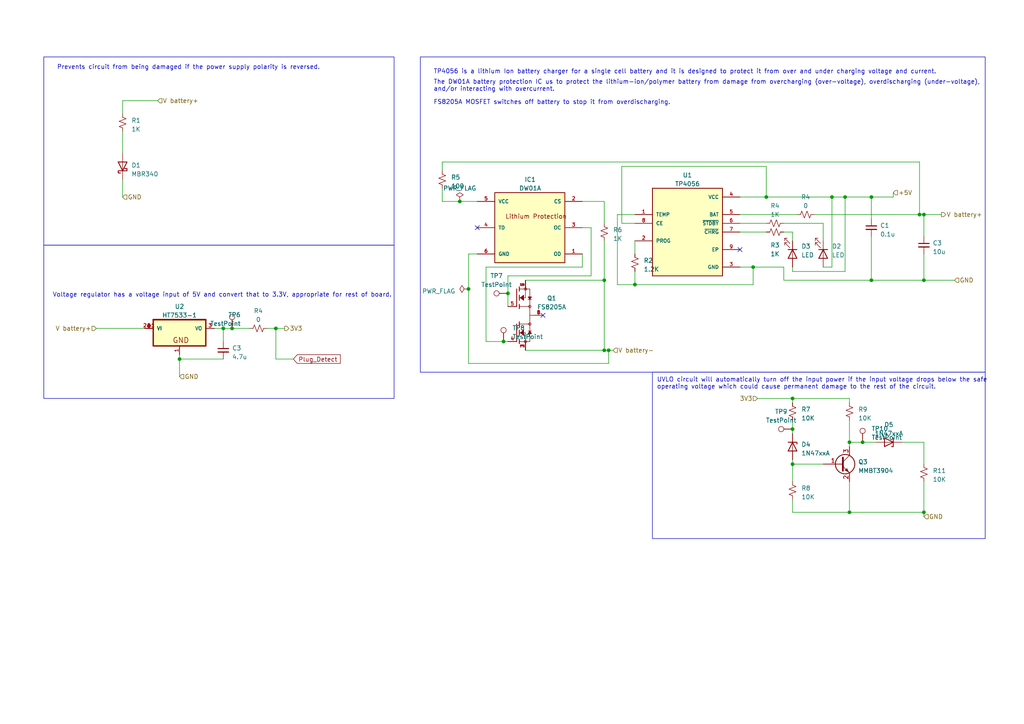
<source format=kicad_sch>
(kicad_sch (version 20230121) (generator eeschema)

  (uuid 52e760c4-536e-4c0a-a195-9bf8a6d403d0)

  (paper "A4")

  (title_block
    (title "Power Module")
    (date "2023-03-20")
    (rev "v0.11")
    (company "University of Cape Town")
    (comment 1 "Author: Sayuri Moodley")
  )

  (lib_symbols
    (symbol "Connector:TestPoint" (pin_numbers hide) (pin_names (offset 0.762) hide) (in_bom yes) (on_board yes)
      (property "Reference" "TP" (at 0 6.858 0)
        (effects (font (size 1.27 1.27)))
      )
      (property "Value" "TestPoint" (at 0 5.08 0)
        (effects (font (size 1.27 1.27)))
      )
      (property "Footprint" "" (at 5.08 0 0)
        (effects (font (size 1.27 1.27)) hide)
      )
      (property "Datasheet" "~" (at 5.08 0 0)
        (effects (font (size 1.27 1.27)) hide)
      )
      (property "ki_keywords" "test point tp" (at 0 0 0)
        (effects (font (size 1.27 1.27)) hide)
      )
      (property "ki_description" "test point" (at 0 0 0)
        (effects (font (size 1.27 1.27)) hide)
      )
      (property "ki_fp_filters" "Pin* Test*" (at 0 0 0)
        (effects (font (size 1.27 1.27)) hide)
      )
      (symbol "TestPoint_0_1"
        (circle (center 0 3.302) (radius 0.762)
          (stroke (width 0) (type default))
          (fill (type none))
        )
      )
      (symbol "TestPoint_1_1"
        (pin passive line (at 0 0 90) (length 2.54)
          (name "1" (effects (font (size 1.27 1.27))))
          (number "1" (effects (font (size 1.27 1.27))))
        )
      )
    )
    (symbol "Device:C_Small" (pin_numbers hide) (pin_names (offset 0.254) hide) (in_bom yes) (on_board yes)
      (property "Reference" "C" (at 0.254 1.778 0)
        (effects (font (size 1.27 1.27)) (justify left))
      )
      (property "Value" "C_Small" (at 0.254 -2.032 0)
        (effects (font (size 1.27 1.27)) (justify left))
      )
      (property "Footprint" "" (at 0 0 0)
        (effects (font (size 1.27 1.27)) hide)
      )
      (property "Datasheet" "~" (at 0 0 0)
        (effects (font (size 1.27 1.27)) hide)
      )
      (property "ki_keywords" "capacitor cap" (at 0 0 0)
        (effects (font (size 1.27 1.27)) hide)
      )
      (property "ki_description" "Unpolarized capacitor, small symbol" (at 0 0 0)
        (effects (font (size 1.27 1.27)) hide)
      )
      (property "ki_fp_filters" "C_*" (at 0 0 0)
        (effects (font (size 1.27 1.27)) hide)
      )
      (symbol "C_Small_0_1"
        (polyline
          (pts
            (xy -1.524 -0.508)
            (xy 1.524 -0.508)
          )
          (stroke (width 0.3302) (type default))
          (fill (type none))
        )
        (polyline
          (pts
            (xy -1.524 0.508)
            (xy 1.524 0.508)
          )
          (stroke (width 0.3048) (type default))
          (fill (type none))
        )
      )
      (symbol "C_Small_1_1"
        (pin passive line (at 0 2.54 270) (length 2.032)
          (name "~" (effects (font (size 1.27 1.27))))
          (number "1" (effects (font (size 1.27 1.27))))
        )
        (pin passive line (at 0 -2.54 90) (length 2.032)
          (name "~" (effects (font (size 1.27 1.27))))
          (number "2" (effects (font (size 1.27 1.27))))
        )
      )
    )
    (symbol "Device:LED" (pin_numbers hide) (pin_names (offset 1.016) hide) (in_bom yes) (on_board yes)
      (property "Reference" "D" (at 0 2.54 0)
        (effects (font (size 1.27 1.27)))
      )
      (property "Value" "LED" (at 0 -2.54 0)
        (effects (font (size 1.27 1.27)))
      )
      (property "Footprint" "" (at 0 0 0)
        (effects (font (size 1.27 1.27)) hide)
      )
      (property "Datasheet" "~" (at 0 0 0)
        (effects (font (size 1.27 1.27)) hide)
      )
      (property "ki_keywords" "LED diode" (at 0 0 0)
        (effects (font (size 1.27 1.27)) hide)
      )
      (property "ki_description" "Light emitting diode" (at 0 0 0)
        (effects (font (size 1.27 1.27)) hide)
      )
      (property "ki_fp_filters" "LED* LED_SMD:* LED_THT:*" (at 0 0 0)
        (effects (font (size 1.27 1.27)) hide)
      )
      (symbol "LED_0_1"
        (polyline
          (pts
            (xy -1.27 -1.27)
            (xy -1.27 1.27)
          )
          (stroke (width 0.254) (type default))
          (fill (type none))
        )
        (polyline
          (pts
            (xy -1.27 0)
            (xy 1.27 0)
          )
          (stroke (width 0) (type default))
          (fill (type none))
        )
        (polyline
          (pts
            (xy 1.27 -1.27)
            (xy 1.27 1.27)
            (xy -1.27 0)
            (xy 1.27 -1.27)
          )
          (stroke (width 0.254) (type default))
          (fill (type none))
        )
        (polyline
          (pts
            (xy -3.048 -0.762)
            (xy -4.572 -2.286)
            (xy -3.81 -2.286)
            (xy -4.572 -2.286)
            (xy -4.572 -1.524)
          )
          (stroke (width 0) (type default))
          (fill (type none))
        )
        (polyline
          (pts
            (xy -1.778 -0.762)
            (xy -3.302 -2.286)
            (xy -2.54 -2.286)
            (xy -3.302 -2.286)
            (xy -3.302 -1.524)
          )
          (stroke (width 0) (type default))
          (fill (type none))
        )
      )
      (symbol "LED_1_1"
        (pin passive line (at -3.81 0 0) (length 2.54)
          (name "K" (effects (font (size 1.27 1.27))))
          (number "1" (effects (font (size 1.27 1.27))))
        )
        (pin passive line (at 3.81 0 180) (length 2.54)
          (name "A" (effects (font (size 1.27 1.27))))
          (number "2" (effects (font (size 1.27 1.27))))
        )
      )
    )
    (symbol "Device:R_Small_US" (pin_numbers hide) (pin_names (offset 0.254) hide) (in_bom yes) (on_board yes)
      (property "Reference" "R" (at 0.762 0.508 0)
        (effects (font (size 1.27 1.27)) (justify left))
      )
      (property "Value" "R_Small_US" (at 0.762 -1.016 0)
        (effects (font (size 1.27 1.27)) (justify left))
      )
      (property "Footprint" "" (at 0 0 0)
        (effects (font (size 1.27 1.27)) hide)
      )
      (property "Datasheet" "~" (at 0 0 0)
        (effects (font (size 1.27 1.27)) hide)
      )
      (property "ki_keywords" "r resistor" (at 0 0 0)
        (effects (font (size 1.27 1.27)) hide)
      )
      (property "ki_description" "Resistor, small US symbol" (at 0 0 0)
        (effects (font (size 1.27 1.27)) hide)
      )
      (property "ki_fp_filters" "R_*" (at 0 0 0)
        (effects (font (size 1.27 1.27)) hide)
      )
      (symbol "R_Small_US_1_1"
        (polyline
          (pts
            (xy 0 0)
            (xy 1.016 -0.381)
            (xy 0 -0.762)
            (xy -1.016 -1.143)
            (xy 0 -1.524)
          )
          (stroke (width 0) (type default))
          (fill (type none))
        )
        (polyline
          (pts
            (xy 0 1.524)
            (xy 1.016 1.143)
            (xy 0 0.762)
            (xy -1.016 0.381)
            (xy 0 0)
          )
          (stroke (width 0) (type default))
          (fill (type none))
        )
        (pin passive line (at 0 2.54 270) (length 1.016)
          (name "~" (effects (font (size 1.27 1.27))))
          (number "1" (effects (font (size 1.27 1.27))))
        )
        (pin passive line (at 0 -2.54 90) (length 1.016)
          (name "~" (effects (font (size 1.27 1.27))))
          (number "2" (effects (font (size 1.27 1.27))))
        )
      )
    )
    (symbol "Diode:1N47xxA" (pin_numbers hide) (pin_names hide) (in_bom yes) (on_board yes)
      (property "Reference" "D" (at 0 2.54 0)
        (effects (font (size 1.27 1.27)))
      )
      (property "Value" "1N47xxA" (at 0 -2.54 0)
        (effects (font (size 1.27 1.27)))
      )
      (property "Footprint" "Diode_THT:D_DO-41_SOD81_P10.16mm_Horizontal" (at 0 -4.445 0)
        (effects (font (size 1.27 1.27)) hide)
      )
      (property "Datasheet" "https://www.vishay.com/docs/85816/1n4728a.pdf" (at 0 0 0)
        (effects (font (size 1.27 1.27)) hide)
      )
      (property "ki_keywords" "zener diode" (at 0 0 0)
        (effects (font (size 1.27 1.27)) hide)
      )
      (property "ki_description" "1300mW Silicon planar power Zener diodes, DO-41" (at 0 0 0)
        (effects (font (size 1.27 1.27)) hide)
      )
      (property "ki_fp_filters" "D*DO?41*" (at 0 0 0)
        (effects (font (size 1.27 1.27)) hide)
      )
      (symbol "1N47xxA_0_1"
        (polyline
          (pts
            (xy 1.27 0)
            (xy -1.27 0)
          )
          (stroke (width 0) (type default))
          (fill (type none))
        )
        (polyline
          (pts
            (xy -1.27 -1.27)
            (xy -1.27 1.27)
            (xy -0.762 1.27)
          )
          (stroke (width 0.254) (type default))
          (fill (type none))
        )
        (polyline
          (pts
            (xy 1.27 -1.27)
            (xy 1.27 1.27)
            (xy -1.27 0)
            (xy 1.27 -1.27)
          )
          (stroke (width 0.254) (type default))
          (fill (type none))
        )
      )
      (symbol "1N47xxA_1_1"
        (pin passive line (at -3.81 0 0) (length 2.54)
          (name "K" (effects (font (size 1.27 1.27))))
          (number "1" (effects (font (size 1.27 1.27))))
        )
        (pin passive line (at 3.81 0 180) (length 2.54)
          (name "A" (effects (font (size 1.27 1.27))))
          (number "2" (effects (font (size 1.27 1.27))))
        )
      )
    )
    (symbol "Diode:MBR340" (pin_numbers hide) (pin_names (offset 1.016) hide) (in_bom yes) (on_board yes)
      (property "Reference" "D" (at 0 2.54 0)
        (effects (font (size 1.27 1.27)))
      )
      (property "Value" "MBR340" (at 0 -2.54 0)
        (effects (font (size 1.27 1.27)))
      )
      (property "Footprint" "Diode_THT:D_DO-201AD_P15.24mm_Horizontal" (at 0 -4.445 0)
        (effects (font (size 1.27 1.27)) hide)
      )
      (property "Datasheet" "http://www.onsemi.com/pub_link/Collateral/MBR340-D.PDF" (at 0 0 0)
        (effects (font (size 1.27 1.27)) hide)
      )
      (property "ki_keywords" "diode Schottky" (at 0 0 0)
        (effects (font (size 1.27 1.27)) hide)
      )
      (property "ki_description" "40V 3A Schottky Barrier Rectifier Diode, DO-201AD" (at 0 0 0)
        (effects (font (size 1.27 1.27)) hide)
      )
      (property "ki_fp_filters" "D*DO?201AD*" (at 0 0 0)
        (effects (font (size 1.27 1.27)) hide)
      )
      (symbol "MBR340_0_1"
        (polyline
          (pts
            (xy 1.27 0)
            (xy -1.27 0)
          )
          (stroke (width 0) (type default))
          (fill (type none))
        )
        (polyline
          (pts
            (xy 1.27 1.27)
            (xy 1.27 -1.27)
            (xy -1.27 0)
            (xy 1.27 1.27)
          )
          (stroke (width 0.254) (type default))
          (fill (type none))
        )
        (polyline
          (pts
            (xy -1.905 0.635)
            (xy -1.905 1.27)
            (xy -1.27 1.27)
            (xy -1.27 -1.27)
            (xy -0.635 -1.27)
            (xy -0.635 -0.635)
          )
          (stroke (width 0.254) (type default))
          (fill (type none))
        )
      )
      (symbol "MBR340_1_1"
        (pin passive line (at -3.81 0 0) (length 2.54)
          (name "K" (effects (font (size 1.27 1.27))))
          (number "1" (effects (font (size 1.27 1.27))))
        )
        (pin passive line (at 3.81 0 180) (length 2.54)
          (name "A" (effects (font (size 1.27 1.27))))
          (number "2" (effects (font (size 1.27 1.27))))
        )
      )
    )
    (symbol "EEEE3088 Library:DW01A" (pin_names (offset 1.016)) (in_bom yes) (on_board yes)
      (property "Reference" "IC" (at -5.08 11.43 0)
        (effects (font (size 1.27 1.27)) (justify left bottom))
      )
      (property "Value" "DW01A" (at -5.08 -12.7 0)
        (effects (font (size 1.27 1.27)) (justify left bottom))
      )
      (property "Footprint" "SOT23-6" (at 0 0 0)
        (effects (font (size 1.27 1.27)) (justify bottom) hide)
      )
      (property "Datasheet" "" (at 0 0 0)
        (effects (font (size 1.27 1.27)) hide)
      )
      (property "LCSC" "C351410" (at 0 0 0)
        (effects (font (size 1.27 1.27)) (justify bottom) hide)
      )
      (property "VALUE" "DW01A" (at 0 0 0)
        (effects (font (size 1.27 1.27)) (justify bottom) hide)
      )
      (property "MPN" "DW01A" (at 0 0 0)
        (effects (font (size 1.27 1.27)) (justify bottom) hide)
      )
      (symbol "DW01A_0_0"
        (rectangle (start -10.16 -10.16) (end 10.16 10.16)
          (stroke (width 0.254) (type default))
          (fill (type background))
        )
        (text "Lithium Protection" (at -7.112 2.54 0)
          (effects (font (size 1.27 1.27)) (justify left bottom))
        )
        (pin bidirectional line (at 15.24 -7.62 180) (length 5.08)
          (name "OD" (effects (font (size 1.016 1.016))))
          (number "1" (effects (font (size 1.016 1.016))))
        )
        (pin bidirectional line (at 15.24 7.62 180) (length 5.08)
          (name "CS" (effects (font (size 1.016 1.016))))
          (number "2" (effects (font (size 1.016 1.016))))
        )
        (pin bidirectional line (at 15.24 0 180) (length 5.08)
          (name "OC" (effects (font (size 1.016 1.016))))
          (number "3" (effects (font (size 1.016 1.016))))
        )
        (pin bidirectional line (at -15.24 0 0) (length 5.08)
          (name "TD" (effects (font (size 1.016 1.016))))
          (number "4" (effects (font (size 1.016 1.016))))
        )
        (pin power_in line (at -15.24 7.62 0) (length 5.08)
          (name "VCC" (effects (font (size 1.016 1.016))))
          (number "5" (effects (font (size 1.016 1.016))))
        )
        (pin power_in line (at -15.24 -7.62 0) (length 5.08)
          (name "GND" (effects (font (size 1.016 1.016))))
          (number "6" (effects (font (size 1.016 1.016))))
        )
      )
    )
    (symbol "EEEE3088 Library:FS8205A" (pin_names (offset 1.016)) (in_bom yes) (on_board yes)
      (property "Reference" "Q" (at -11.43 7.62 0)
        (effects (font (size 1.27 1.27)) (justify left bottom))
      )
      (property "Value" "FS8205A" (at -11.43 -12.7 0)
        (effects (font (size 1.27 1.27)) (justify left bottom))
      )
      (property "Footprint" "SOP65P640X120-8N" (at 0 0 0)
        (effects (font (size 1.27 1.27)) (justify bottom) hide)
      )
      (property "Datasheet" "" (at 0 0 0)
        (effects (font (size 1.27 1.27)) hide)
      )
      (property "STANDARD" "IPC 7351B" (at 0 0 0)
        (effects (font (size 1.27 1.27)) (justify bottom) hide)
      )
      (property "PARTREV" "1.7" (at 0 0 0)
        (effects (font (size 1.27 1.27)) (justify bottom) hide)
      )
      (property "MAXIMUM_PACKAGE_HEIGHT" "1.2mm" (at 0 0 0)
        (effects (font (size 1.27 1.27)) (justify bottom) hide)
      )
      (property "MANUFACTURER" "Fortune Semiconductor" (at 0 0 0)
        (effects (font (size 1.27 1.27)) (justify bottom) hide)
      )
      (symbol "FS8205A_0_0"
        (circle (center 0 -7.62) (radius 0.3592)
          (stroke (width 0) (type default))
          (fill (type none))
        )
        (polyline
          (pts
            (xy -2.54 -2.54)
            (xy -2.54 -7.62)
          )
          (stroke (width 0.254) (type default))
          (fill (type none))
        )
        (polyline
          (pts
            (xy -2.54 7.62)
            (xy -2.54 2.54)
          )
          (stroke (width 0.254) (type default))
          (fill (type none))
        )
        (polyline
          (pts
            (xy -1.778 -7.62)
            (xy -1.778 -8.255)
          )
          (stroke (width 0.254) (type default))
          (fill (type none))
        )
        (polyline
          (pts
            (xy -1.778 -6.985)
            (xy -1.778 -7.62)
          )
          (stroke (width 0.254) (type default))
          (fill (type none))
        )
        (polyline
          (pts
            (xy -1.778 -5.08)
            (xy -1.778 -5.842)
          )
          (stroke (width 0.254) (type default))
          (fill (type none))
        )
        (polyline
          (pts
            (xy -1.778 -5.08)
            (xy 0 -5.08)
          )
          (stroke (width 0.1524) (type default))
          (fill (type none))
        )
        (polyline
          (pts
            (xy -1.778 -4.318)
            (xy -1.778 -5.08)
          )
          (stroke (width 0.254) (type default))
          (fill (type none))
        )
        (polyline
          (pts
            (xy -1.778 -2.54)
            (xy -1.778 -3.175)
          )
          (stroke (width 0.254) (type default))
          (fill (type none))
        )
        (polyline
          (pts
            (xy -1.778 -2.54)
            (xy 1.27 -2.54)
          )
          (stroke (width 0.1524) (type default))
          (fill (type none))
        )
        (polyline
          (pts
            (xy -1.778 -1.905)
            (xy -1.778 -2.54)
          )
          (stroke (width 0.254) (type default))
          (fill (type none))
        )
        (polyline
          (pts
            (xy -1.778 2.54)
            (xy -1.778 1.905)
          )
          (stroke (width 0.254) (type default))
          (fill (type none))
        )
        (polyline
          (pts
            (xy -1.778 3.175)
            (xy -1.778 2.54)
          )
          (stroke (width 0.254) (type default))
          (fill (type none))
        )
        (polyline
          (pts
            (xy -1.778 5.08)
            (xy -1.778 4.318)
          )
          (stroke (width 0.254) (type default))
          (fill (type none))
        )
        (polyline
          (pts
            (xy -1.778 5.08)
            (xy 0 5.08)
          )
          (stroke (width 0.1524) (type default))
          (fill (type none))
        )
        (polyline
          (pts
            (xy -1.778 5.842)
            (xy -1.778 5.08)
          )
          (stroke (width 0.254) (type default))
          (fill (type none))
        )
        (polyline
          (pts
            (xy -1.778 7.62)
            (xy -1.778 6.985)
          )
          (stroke (width 0.254) (type default))
          (fill (type none))
        )
        (polyline
          (pts
            (xy -1.778 7.62)
            (xy 1.27 7.62)
          )
          (stroke (width 0.1524) (type default))
          (fill (type none))
        )
        (polyline
          (pts
            (xy -1.778 8.255)
            (xy -1.778 7.62)
          )
          (stroke (width 0.254) (type default))
          (fill (type none))
        )
        (polyline
          (pts
            (xy 0 -7.62)
            (xy -1.778 -7.62)
          )
          (stroke (width 0.1524) (type default))
          (fill (type none))
        )
        (polyline
          (pts
            (xy 0 -7.62)
            (xy 1.27 -7.62)
          )
          (stroke (width 0.1524) (type default))
          (fill (type none))
        )
        (polyline
          (pts
            (xy 0 -5.08)
            (xy 0 -7.62)
          )
          (stroke (width 0.1524) (type default))
          (fill (type none))
        )
        (polyline
          (pts
            (xy 0 7.62)
            (xy 0 5.08)
          )
          (stroke (width 0.1524) (type default))
          (fill (type none))
        )
        (polyline
          (pts
            (xy 0.762 4.572)
            (xy 1.27 4.572)
          )
          (stroke (width 0.1524) (type default))
          (fill (type none))
        )
        (polyline
          (pts
            (xy 1.27 -4.572)
            (xy 0.762 -4.572)
          )
          (stroke (width 0.1524) (type default))
          (fill (type none))
        )
        (polyline
          (pts
            (xy 1.27 -4.572)
            (xy 1.27 -7.62)
          )
          (stroke (width 0.1524) (type default))
          (fill (type none))
        )
        (polyline
          (pts
            (xy 1.27 -2.54)
            (xy 1.27 -4.572)
          )
          (stroke (width 0.1524) (type default))
          (fill (type none))
        )
        (polyline
          (pts
            (xy 1.27 -2.54)
            (xy 1.27 0)
          )
          (stroke (width 0.1524) (type default))
          (fill (type none))
        )
        (polyline
          (pts
            (xy 1.27 0)
            (xy 1.27 2.54)
          )
          (stroke (width 0.1524) (type default))
          (fill (type none))
        )
        (polyline
          (pts
            (xy 1.27 0)
            (xy 2.54 0)
          )
          (stroke (width 0.1524) (type default))
          (fill (type none))
        )
        (polyline
          (pts
            (xy 1.27 2.54)
            (xy -1.778 2.54)
          )
          (stroke (width 0.1524) (type default))
          (fill (type none))
        )
        (polyline
          (pts
            (xy 1.27 2.54)
            (xy 1.27 4.572)
          )
          (stroke (width 0.1524) (type default))
          (fill (type none))
        )
        (polyline
          (pts
            (xy 1.27 4.572)
            (xy 1.27 7.62)
          )
          (stroke (width 0.1524) (type default))
          (fill (type none))
        )
        (polyline
          (pts
            (xy 1.27 4.572)
            (xy 1.778 4.572)
          )
          (stroke (width 0.1524) (type default))
          (fill (type none))
        )
        (polyline
          (pts
            (xy 1.778 -4.572)
            (xy 1.27 -4.572)
          )
          (stroke (width 0.1524) (type default))
          (fill (type none))
        )
        (polyline
          (pts
            (xy -1.524 -5.08)
            (xy -0.508 -4.318)
            (xy -0.508 -5.842)
            (xy -1.524 -5.08)
          )
          (stroke (width 0.1524) (type default))
          (fill (type outline))
        )
        (polyline
          (pts
            (xy -1.524 5.08)
            (xy -0.508 5.842)
            (xy -0.508 4.318)
            (xy -1.524 5.08)
          )
          (stroke (width 0.1524) (type default))
          (fill (type outline))
        )
        (polyline
          (pts
            (xy 1.27 -4.572)
            (xy 0.762 -5.334)
            (xy 1.778 -5.334)
            (xy 1.27 -4.572)
          )
          (stroke (width 0.1524) (type default))
          (fill (type outline))
        )
        (polyline
          (pts
            (xy 1.27 4.572)
            (xy 1.778 5.334)
            (xy 0.762 5.334)
            (xy 1.27 4.572)
          )
          (stroke (width 0.1524) (type default))
          (fill (type outline))
        )
        (circle (center 0 7.62) (radius 0.3592)
          (stroke (width 0) (type default))
          (fill (type none))
        )
        (circle (center 1.27 -2.54) (radius 0.3592)
          (stroke (width 0) (type default))
          (fill (type none))
        )
        (circle (center 1.27 2.54) (radius 0.3592)
          (stroke (width 0) (type default))
          (fill (type none))
        )
        (pin passive line (at 5.08 0 180) (length 2.54)
          (name "~" (effects (font (size 1.016 1.016))))
          (number "1" (effects (font (size 1.016 1.016))))
        )
        (pin passive line (at 0 -10.16 90) (length 2.54)
          (name "~" (effects (font (size 1.016 1.016))))
          (number "2" (effects (font (size 1.016 1.016))))
        )
        (pin passive line (at 0 -10.16 90) (length 2.54)
          (name "~" (effects (font (size 1.016 1.016))))
          (number "3" (effects (font (size 1.016 1.016))))
        )
        (pin passive line (at -5.08 -7.62 0) (length 2.54)
          (name "~" (effects (font (size 1.016 1.016))))
          (number "4" (effects (font (size 1.016 1.016))))
        )
        (pin passive line (at -5.08 2.54 0) (length 2.54)
          (name "~" (effects (font (size 1.016 1.016))))
          (number "5" (effects (font (size 1.016 1.016))))
        )
        (pin passive line (at 0 10.16 270) (length 2.54)
          (name "~" (effects (font (size 1.016 1.016))))
          (number "6" (effects (font (size 1.016 1.016))))
        )
        (pin passive line (at 0 10.16 270) (length 2.54)
          (name "~" (effects (font (size 1.016 1.016))))
          (number "7" (effects (font (size 1.016 1.016))))
        )
        (pin passive line (at 5.08 0 180) (length 2.54)
          (name "~" (effects (font (size 1.016 1.016))))
          (number "8" (effects (font (size 1.016 1.016))))
        )
      )
    )
    (symbol "EEEE3088 Library:HT7533-1" (pin_names (offset 1.016)) (in_bom yes) (on_board yes)
      (property "Reference" "U" (at -7.6228 8.2581 0)
        (effects (font (size 1.27 1.27)) (justify left bottom))
      )
      (property "Value" "HT7533-1" (at -7.6342 5.7256 0)
        (effects (font (size 1.27 1.27)) (justify left bottom))
      )
      (property "Footprint" "SOT89" (at 0 0 0)
        (effects (font (size 1.27 1.27)) (justify bottom) hide)
      )
      (property "Datasheet" "" (at 0 0 0)
        (effects (font (size 1.27 1.27)) hide)
      )
      (symbol "HT7533-1_0_0"
        (rectangle (start -7.62 -2.54) (end 7.62 5.08)
          (stroke (width 0.4064) (type default))
          (fill (type background))
        )
        (polyline
          (pts
            (xy 7.62 5.08)
            (xy -7.62 5.08)
          )
          (stroke (width 0.4064) (type default))
          (fill (type none))
        )
        (text "GND" (at -2.036 -1.7815 0)
          (effects (font (size 1.527 1.527)) (justify left bottom))
        )
        (pin passive line (at 0 -5.08 90) (length 2.54)
          (name "~" (effects (font (size 1.016 1.016))))
          (number "1" (effects (font (size 1.016 1.016))))
        )
        (pin input line (at -10.16 2.54 0) (length 2.54)
          (name "VI" (effects (font (size 1.016 1.016))))
          (number "2" (effects (font (size 1.016 1.016))))
        )
        (pin input line (at -10.16 2.54 0) (length 2.54)
          (name "VI" (effects (font (size 1.016 1.016))))
          (number "2@1" (effects (font (size 1.016 1.016))))
        )
        (pin passive line (at 10.16 2.54 180) (length 2.54)
          (name "VO" (effects (font (size 1.016 1.016))))
          (number "3" (effects (font (size 1.016 1.016))))
        )
      )
    )
    (symbol "EEEE3088 Library:TP4056" (pin_names (offset 1.016)) (in_bom yes) (on_board yes)
      (property "Reference" "U" (at -10.16 13.208 0)
        (effects (font (size 1.27 1.27)) (justify left bottom))
      )
      (property "Value" "TP4056" (at -10.16 -15.24 0)
        (effects (font (size 1.27 1.27)) (justify left bottom))
      )
      (property "Footprint" "SOP127P600X175-9N" (at 0 0 0)
        (effects (font (size 1.27 1.27)) (justify bottom) hide)
      )
      (property "Datasheet" "" (at 0 0 0)
        (effects (font (size 1.27 1.27)) hide)
      )
      (property "STANDARD" "IPC 7351B" (at 0 0 0)
        (effects (font (size 1.27 1.27)) (justify bottom) hide)
      )
      (property "MANUFACTURER" "NanJing Top Power ASIC Corp." (at 0 0 0)
        (effects (font (size 1.27 1.27)) (justify bottom) hide)
      )
      (property "MAXIMUM_PACKAGE_HEIGHT" "1.75mm" (at 0 0 0)
        (effects (font (size 1.27 1.27)) (justify bottom) hide)
      )
      (symbol "TP4056_0_0"
        (rectangle (start -10.16 -12.7) (end 10.16 12.7)
          (stroke (width 0.254) (type default))
          (fill (type background))
        )
        (pin input line (at -15.24 5.08 0) (length 5.08)
          (name "TEMP" (effects (font (size 1.016 1.016))))
          (number "1" (effects (font (size 1.016 1.016))))
        )
        (pin bidirectional line (at -15.24 -2.54 0) (length 5.08)
          (name "PROG" (effects (font (size 1.016 1.016))))
          (number "2" (effects (font (size 1.016 1.016))))
        )
        (pin power_in line (at 15.24 -10.16 180) (length 5.08)
          (name "GND" (effects (font (size 1.016 1.016))))
          (number "3" (effects (font (size 1.016 1.016))))
        )
        (pin power_in line (at 15.24 10.16 180) (length 5.08)
          (name "VCC" (effects (font (size 1.016 1.016))))
          (number "4" (effects (font (size 1.016 1.016))))
        )
        (pin output line (at 15.24 5.08 180) (length 5.08)
          (name "BAT" (effects (font (size 1.016 1.016))))
          (number "5" (effects (font (size 1.016 1.016))))
        )
        (pin output line (at 15.24 2.54 180) (length 5.08)
          (name "~{STDBY}" (effects (font (size 1.016 1.016))))
          (number "6" (effects (font (size 1.016 1.016))))
        )
        (pin output line (at 15.24 0 180) (length 5.08)
          (name "~{CHRG}" (effects (font (size 1.016 1.016))))
          (number "7" (effects (font (size 1.016 1.016))))
        )
        (pin input line (at -15.24 2.54 0) (length 5.08)
          (name "CE" (effects (font (size 1.016 1.016))))
          (number "8" (effects (font (size 1.016 1.016))))
        )
        (pin passive line (at 15.24 -5.08 180) (length 5.08)
          (name "EP" (effects (font (size 1.016 1.016))))
          (number "9" (effects (font (size 1.016 1.016))))
        )
      )
    )
    (symbol "Transistor_BJT:MMBT3904" (pin_names (offset 0) hide) (in_bom yes) (on_board yes)
      (property "Reference" "Q" (at 5.08 1.905 0)
        (effects (font (size 1.27 1.27)) (justify left))
      )
      (property "Value" "MMBT3904" (at 5.08 0 0)
        (effects (font (size 1.27 1.27)) (justify left))
      )
      (property "Footprint" "Package_TO_SOT_SMD:SOT-23" (at 5.08 -1.905 0)
        (effects (font (size 1.27 1.27) italic) (justify left) hide)
      )
      (property "Datasheet" "https://www.onsemi.com/pub/Collateral/2N3903-D.PDF" (at 0 0 0)
        (effects (font (size 1.27 1.27)) (justify left) hide)
      )
      (property "ki_keywords" "NPN Transistor" (at 0 0 0)
        (effects (font (size 1.27 1.27)) hide)
      )
      (property "ki_description" "0.2A Ic, 40V Vce, Small Signal NPN Transistor, SOT-23" (at 0 0 0)
        (effects (font (size 1.27 1.27)) hide)
      )
      (property "ki_fp_filters" "SOT?23*" (at 0 0 0)
        (effects (font (size 1.27 1.27)) hide)
      )
      (symbol "MMBT3904_0_1"
        (polyline
          (pts
            (xy 0.635 0.635)
            (xy 2.54 2.54)
          )
          (stroke (width 0) (type default))
          (fill (type none))
        )
        (polyline
          (pts
            (xy 0.635 -0.635)
            (xy 2.54 -2.54)
            (xy 2.54 -2.54)
          )
          (stroke (width 0) (type default))
          (fill (type none))
        )
        (polyline
          (pts
            (xy 0.635 1.905)
            (xy 0.635 -1.905)
            (xy 0.635 -1.905)
          )
          (stroke (width 0.508) (type default))
          (fill (type none))
        )
        (polyline
          (pts
            (xy 1.27 -1.778)
            (xy 1.778 -1.27)
            (xy 2.286 -2.286)
            (xy 1.27 -1.778)
            (xy 1.27 -1.778)
          )
          (stroke (width 0) (type default))
          (fill (type outline))
        )
        (circle (center 1.27 0) (radius 2.8194)
          (stroke (width 0.254) (type default))
          (fill (type none))
        )
      )
      (symbol "MMBT3904_1_1"
        (pin input line (at -5.08 0 0) (length 5.715)
          (name "B" (effects (font (size 1.27 1.27))))
          (number "1" (effects (font (size 1.27 1.27))))
        )
        (pin passive line (at 2.54 -5.08 90) (length 2.54)
          (name "E" (effects (font (size 1.27 1.27))))
          (number "2" (effects (font (size 1.27 1.27))))
        )
        (pin passive line (at 2.54 5.08 270) (length 2.54)
          (name "C" (effects (font (size 1.27 1.27))))
          (number "3" (effects (font (size 1.27 1.27))))
        )
      )
    )
    (symbol "power:PWR_FLAG" (power) (pin_numbers hide) (pin_names (offset 0) hide) (in_bom yes) (on_board yes)
      (property "Reference" "#FLG" (at 0 1.905 0)
        (effects (font (size 1.27 1.27)) hide)
      )
      (property "Value" "PWR_FLAG" (at 0 3.81 0)
        (effects (font (size 1.27 1.27)))
      )
      (property "Footprint" "" (at 0 0 0)
        (effects (font (size 1.27 1.27)) hide)
      )
      (property "Datasheet" "~" (at 0 0 0)
        (effects (font (size 1.27 1.27)) hide)
      )
      (property "ki_keywords" "flag power" (at 0 0 0)
        (effects (font (size 1.27 1.27)) hide)
      )
      (property "ki_description" "Special symbol for telling ERC where power comes from" (at 0 0 0)
        (effects (font (size 1.27 1.27)) hide)
      )
      (symbol "PWR_FLAG_0_0"
        (pin power_out line (at 0 0 90) (length 0)
          (name "pwr" (effects (font (size 1.27 1.27))))
          (number "1" (effects (font (size 1.27 1.27))))
        )
      )
      (symbol "PWR_FLAG_0_1"
        (polyline
          (pts
            (xy 0 0)
            (xy 0 1.27)
            (xy -1.016 1.905)
            (xy 0 2.54)
            (xy 1.016 1.905)
            (xy 0 1.27)
          )
          (stroke (width 0) (type default))
          (fill (type none))
        )
      )
    )
  )


  (junction (at 252.73 81.28) (diameter 0) (color 0 0 0 0)
    (uuid 014a59c1-05d9-4fb3-a460-6f3ad23fcf8e)
  )
  (junction (at 245.11 57.15) (diameter 0) (color 0 0 0 0)
    (uuid 0289cfea-9e4e-49e9-aafa-318af53dc1d1)
  )
  (junction (at 175.26 81.28) (diameter 0) (color 0 0 0 0)
    (uuid 09fda860-867f-40df-97e1-1851499140d3)
  )
  (junction (at 175.26 101.6) (diameter 0) (color 0 0 0 0)
    (uuid 0f9932d3-d626-47ff-8843-e4d56a6a616b)
  )
  (junction (at 229.87 124.46) (diameter 0) (color 0 0 0 0)
    (uuid 121af50f-18e5-4eb7-8cae-add15902f637)
  )
  (junction (at 229.87 115.57) (diameter 0) (color 0 0 0 0)
    (uuid 1c37e0e7-182f-4c05-abba-9797a32c3559)
  )
  (junction (at 267.97 81.28) (diameter 0) (color 0 0 0 0)
    (uuid 3d22cf96-36bd-49a9-9c26-eb16afcbfa8b)
  )
  (junction (at 241.3 57.15) (diameter 0) (color 0 0 0 0)
    (uuid 526b9183-651c-4433-9187-a6e039a5da11)
  )
  (junction (at 52.07 104.14) (diameter 0) (color 0 0 0 0)
    (uuid 5604999d-d0e4-4614-959f-76eb833c1968)
  )
  (junction (at 229.87 134.62) (diameter 0) (color 0 0 0 0)
    (uuid 56d51513-e7c8-4622-b425-827e09b26389)
  )
  (junction (at 250.19 128.27) (diameter 0) (color 0 0 0 0)
    (uuid 5d2efab2-b90e-4b0c-8175-54d0394c9b36)
  )
  (junction (at 218.44 77.47) (diameter 0) (color 0 0 0 0)
    (uuid 600aaed8-d9f4-402a-a941-45ad270e6234)
  )
  (junction (at 135.89 83.82) (diameter 0) (color 0 0 0 0)
    (uuid 6486b3e1-50bd-4c8f-9818-ccf9904f3c3d)
  )
  (junction (at 246.38 148.59) (diameter 0) (color 0 0 0 0)
    (uuid 6929abb4-5765-43ef-afbc-1bfc54493034)
  )
  (junction (at 67.31 95.25) (diameter 0) (color 0 0 0 0)
    (uuid 7271a5cd-4372-4c13-a7b9-ad2ecbcfa1f9)
  )
  (junction (at 267.97 62.23) (diameter 0) (color 0 0 0 0)
    (uuid 7320539b-35f9-485e-837a-563998d2f5f8)
  )
  (junction (at 267.97 148.59) (diameter 0) (color 0 0 0 0)
    (uuid 7c17e3bd-1bd1-42a9-b5a6-f385c8ea697d)
  )
  (junction (at 266.7 62.23) (diameter 0) (color 0 0 0 0)
    (uuid 7d4b10d0-ac25-463c-9502-e162780ff975)
  )
  (junction (at 222.25 57.15) (diameter 0) (color 0 0 0 0)
    (uuid 7f4690f6-71c4-46ce-a10a-fa5623be9750)
  )
  (junction (at 147.32 85.09) (diameter 0) (color 0 0 0 0)
    (uuid 8c074e53-53ef-40c1-b90a-a7091d36ca3a)
  )
  (junction (at 80.01 95.25) (diameter 0) (color 0 0 0 0)
    (uuid 99aef61c-5074-4f4a-b443-5833f850e5c3)
  )
  (junction (at 246.38 128.27) (diameter 0) (color 0 0 0 0)
    (uuid 9e8a4380-00d0-481d-b4eb-227d2af42c90)
  )
  (junction (at 184.15 82.55) (diameter 0) (color 0 0 0 0)
    (uuid e0fc74c8-dbbe-4fd0-9358-2c240f72fa60)
  )
  (junction (at 133.35 58.42) (diameter 0) (color 0 0 0 0)
    (uuid e4503000-26a3-4aa3-89f5-126920bf89c2)
  )
  (junction (at 146.05 99.06) (diameter 0) (color 0 0 0 0)
    (uuid e8b74e30-6b35-4067-9921-1714c29990a8)
  )
  (junction (at 252.73 57.15) (diameter 0) (color 0 0 0 0)
    (uuid ec9bc82c-8e01-481e-814b-68b1fb6e75fd)
  )
  (junction (at 176.53 101.6) (diameter 0) (color 0 0 0 0)
    (uuid f0069fe7-d6a3-4134-bee6-083bccb9fdc1)
  )
  (junction (at 64.77 95.25) (diameter 0) (color 0 0 0 0)
    (uuid f5321483-eb31-455c-80d6-c6e62d9f3057)
  )

  (no_connect (at 138.43 66.04) (uuid 4027c7c2-892e-4f29-a2b4-2c917695b4f4))
  (no_connect (at 214.63 72.39) (uuid 8360cf9f-ea03-480a-9de6-f223401a9fc4))
  (no_connect (at 157.48 91.44) (uuid d2acad9e-f052-4b92-ba32-829dfbca7c30))

  (wire (pts (xy 168.91 66.04) (xy 171.45 66.04))
    (stroke (width 0) (type default))
    (uuid 038e6996-6ae7-4f83-bd6e-fcc280ce4338)
  )
  (wire (pts (xy 229.87 134.62) (xy 238.76 134.62))
    (stroke (width 0) (type default))
    (uuid 05b42955-4428-4714-ad98-9ab8bdeb1b84)
  )
  (wire (pts (xy 229.87 78.74) (xy 245.11 78.74))
    (stroke (width 0) (type default))
    (uuid 11efc718-d344-47b9-9708-b610ba8d66c1)
  )
  (wire (pts (xy 180.34 64.77) (xy 180.34 48.26))
    (stroke (width 0) (type default))
    (uuid 14e0a720-1257-4c67-beab-c426ad8ed3d0)
  )
  (wire (pts (xy 35.56 38.1) (xy 35.56 44.45))
    (stroke (width 0) (type default))
    (uuid 14e6ee64-6af9-4ea6-a97c-1c5526b321b1)
  )
  (wire (pts (xy 135.89 83.82) (xy 135.89 105.41))
    (stroke (width 0) (type default))
    (uuid 16e8048a-9a16-4986-b347-7446a1907db5)
  )
  (wire (pts (xy 267.97 128.27) (xy 267.97 134.62))
    (stroke (width 0) (type default))
    (uuid 16e9b062-1c8b-4d71-9543-96d42217814d)
  )
  (wire (pts (xy 147.32 80.01) (xy 171.45 80.01))
    (stroke (width 0) (type default))
    (uuid 18559129-c089-4bef-bd75-9a6c09dad811)
  )
  (wire (pts (xy 246.38 121.92) (xy 246.38 128.27))
    (stroke (width 0) (type default))
    (uuid 193ff4ea-cf94-480e-935f-4d7c72ac9603)
  )
  (wire (pts (xy 229.87 121.92) (xy 229.87 124.46))
    (stroke (width 0) (type default))
    (uuid 255de78d-e8a0-438b-9744-719b23cb1ce4)
  )
  (wire (pts (xy 140.97 77.47) (xy 140.97 99.06))
    (stroke (width 0) (type default))
    (uuid 26b69a54-c94a-4b03-b45d-83757a25ecf2)
  )
  (wire (pts (xy 176.53 105.41) (xy 176.53 101.6))
    (stroke (width 0) (type default))
    (uuid 2b974088-d549-49df-b955-645a1098be4a)
  )
  (wire (pts (xy 267.97 73.66) (xy 267.97 81.28))
    (stroke (width 0) (type default))
    (uuid 2bc2fa86-7ea5-4318-afc5-4e51b8a56847)
  )
  (wire (pts (xy 241.3 57.15) (xy 245.11 57.15))
    (stroke (width 0) (type default))
    (uuid 349dccb4-3add-4401-97b0-77791d47b77e)
  )
  (wire (pts (xy 85.09 104.14) (xy 80.01 104.14))
    (stroke (width 0) (type default))
    (uuid 34d5a828-7960-4895-bfd5-618d2e8c8629)
  )
  (wire (pts (xy 245.11 78.74) (xy 245.11 57.15))
    (stroke (width 0) (type default))
    (uuid 352cf20a-1b1d-4d28-8f5c-1b17ce979b8b)
  )
  (wire (pts (xy 229.87 148.59) (xy 246.38 148.59))
    (stroke (width 0) (type default))
    (uuid 3694f946-d760-4196-b7cb-df4fad07714f)
  )
  (wire (pts (xy 168.91 77.47) (xy 140.97 77.47))
    (stroke (width 0) (type default))
    (uuid 3bff6c9b-b051-4ee6-8acd-afaee228adff)
  )
  (wire (pts (xy 214.63 64.77) (xy 222.25 64.77))
    (stroke (width 0) (type default))
    (uuid 3ec37dfb-2730-405b-a3a5-cedf3df62793)
  )
  (wire (pts (xy 214.63 57.15) (xy 222.25 57.15))
    (stroke (width 0) (type default))
    (uuid 4000fe02-1f2f-4c5c-beae-dd05f64bed99)
  )
  (wire (pts (xy 175.26 58.42) (xy 175.26 64.77))
    (stroke (width 0) (type default))
    (uuid 40946dc2-7f63-4fc6-b1d5-615f756da4ba)
  )
  (wire (pts (xy 227.33 64.77) (xy 238.76 64.77))
    (stroke (width 0) (type default))
    (uuid 4250061f-4fb1-470f-9365-d32e3f974347)
  )
  (wire (pts (xy 238.76 77.47) (xy 241.3 77.47))
    (stroke (width 0) (type default))
    (uuid 4819d9d3-b581-4b8d-96cb-669bc23a3168)
  )
  (wire (pts (xy 218.44 82.55) (xy 218.44 77.47))
    (stroke (width 0) (type default))
    (uuid 4c321e75-6d4a-473c-880f-61b8c8fe2e45)
  )
  (wire (pts (xy 168.91 73.66) (xy 168.91 77.47))
    (stroke (width 0) (type default))
    (uuid 4c4f1f35-64a8-47ba-b3d4-aa670f19dc28)
  )
  (wire (pts (xy 147.32 80.01) (xy 147.32 85.09))
    (stroke (width 0) (type default))
    (uuid 4ed138d9-b145-47c7-a76c-1307fbe8931f)
  )
  (wire (pts (xy 246.38 148.59) (xy 267.97 148.59))
    (stroke (width 0) (type default))
    (uuid 511a42a5-0041-444d-906c-87e610bad76d)
  )
  (wire (pts (xy 229.87 144.78) (xy 229.87 148.59))
    (stroke (width 0) (type default))
    (uuid 51a2ca1b-9657-4533-886e-73552ac20e3a)
  )
  (wire (pts (xy 214.63 67.31) (xy 222.25 67.31))
    (stroke (width 0) (type default))
    (uuid 5443d22e-0595-4c28-afdb-7f6bafc8b4ce)
  )
  (wire (pts (xy 175.26 81.28) (xy 152.4 81.28))
    (stroke (width 0) (type default))
    (uuid 54a4344e-3a07-4f3c-b4b2-95912df02d22)
  )
  (wire (pts (xy 179.07 62.23) (xy 184.15 62.23))
    (stroke (width 0) (type default))
    (uuid 59b246ee-deeb-464d-8f05-2864e5b8762e)
  )
  (wire (pts (xy 140.97 99.06) (xy 146.05 99.06))
    (stroke (width 0) (type default))
    (uuid 621089be-147f-4216-ac1d-69bda4cfcf28)
  )
  (wire (pts (xy 138.43 73.66) (xy 135.89 73.66))
    (stroke (width 0) (type default))
    (uuid 64dfcff0-93d1-4abf-abd0-3bc5b149fccd)
  )
  (wire (pts (xy 236.22 62.23) (xy 266.7 62.23))
    (stroke (width 0) (type default))
    (uuid 66a7817d-30ad-4205-b093-0eaa9d7c7fc3)
  )
  (wire (pts (xy 52.07 104.14) (xy 52.07 109.22))
    (stroke (width 0) (type default))
    (uuid 679423bc-9e1e-4e36-9448-58e947438e8e)
  )
  (wire (pts (xy 62.23 95.25) (xy 64.77 95.25))
    (stroke (width 0) (type default))
    (uuid 6a353e55-4c5b-4232-b3fb-7d0a19e0c28c)
  )
  (wire (pts (xy 241.3 57.15) (xy 241.3 77.47))
    (stroke (width 0) (type default))
    (uuid 6a6673b1-f147-4de0-8c73-83bc30fb18dd)
  )
  (wire (pts (xy 146.05 99.06) (xy 147.32 99.06))
    (stroke (width 0) (type default))
    (uuid 70183e9a-6e28-4881-962d-934f3af2916a)
  )
  (wire (pts (xy 259.08 55.88) (xy 259.08 57.15))
    (stroke (width 0) (type default))
    (uuid 72133aae-f220-47f6-b6a6-01aeb35dc8f7)
  )
  (wire (pts (xy 245.11 57.15) (xy 252.73 57.15))
    (stroke (width 0) (type default))
    (uuid 733de266-71bb-40ef-8ef7-f2e8bcda1c76)
  )
  (wire (pts (xy 229.87 116.84) (xy 229.87 115.57))
    (stroke (width 0) (type default))
    (uuid 73e8a4af-cc9e-49ad-9cf4-7621940db1f0)
  )
  (wire (pts (xy 64.77 95.25) (xy 64.77 99.06))
    (stroke (width 0) (type default))
    (uuid 74e781cc-832e-4794-aca7-ff76db7b2cc5)
  )
  (wire (pts (xy 138.43 58.42) (xy 133.35 58.42))
    (stroke (width 0) (type default))
    (uuid 78fa1940-782d-4c48-8f97-3b2005da3873)
  )
  (wire (pts (xy 229.87 133.35) (xy 229.87 134.62))
    (stroke (width 0) (type default))
    (uuid 7ac90549-3e2d-4fdf-aadc-fa96c121f6e6)
  )
  (wire (pts (xy 267.97 62.23) (xy 273.05 62.23))
    (stroke (width 0) (type default))
    (uuid 7bfd2df5-4a4e-4247-a698-2adb50195086)
  )
  (wire (pts (xy 147.32 88.9) (xy 147.32 85.09))
    (stroke (width 0) (type default))
    (uuid 7de85268-be59-49ae-a7c8-293432d5c9ba)
  )
  (wire (pts (xy 67.31 95.25) (xy 72.39 95.25))
    (stroke (width 0) (type default))
    (uuid 7f3cb631-244c-45d5-868d-2848e450a1a9)
  )
  (wire (pts (xy 219.71 115.57) (xy 229.87 115.57))
    (stroke (width 0) (type default))
    (uuid 81f869be-501c-4674-88ae-79aecf160ea9)
  )
  (wire (pts (xy 261.62 128.27) (xy 267.97 128.27))
    (stroke (width 0) (type default))
    (uuid 84c1abf2-0641-40bb-94d0-0316335b5aab)
  )
  (wire (pts (xy 128.27 46.99) (xy 266.7 46.99))
    (stroke (width 0) (type default))
    (uuid 895bf022-9368-4671-b57c-57b6e3cce5f1)
  )
  (wire (pts (xy 35.56 52.07) (xy 35.56 57.15))
    (stroke (width 0) (type default))
    (uuid 8a663c32-fa2a-4aa4-ba53-19e23ba9869c)
  )
  (wire (pts (xy 218.44 77.47) (xy 227.33 77.47))
    (stroke (width 0) (type default))
    (uuid 8af51e3a-6ceb-49b7-9d2e-b182ef3841dd)
  )
  (wire (pts (xy 179.07 62.23) (xy 179.07 82.55))
    (stroke (width 0) (type default))
    (uuid 8bdf1ac2-b519-4881-bbc4-e360a0765c37)
  )
  (wire (pts (xy 246.38 139.7) (xy 246.38 148.59))
    (stroke (width 0) (type default))
    (uuid 8d3e5484-4e2b-47b0-97c2-9b01ae1f87d2)
  )
  (wire (pts (xy 184.15 78.74) (xy 184.15 82.55))
    (stroke (width 0) (type default))
    (uuid 91b34443-e504-4bd8-9921-15911e0212be)
  )
  (wire (pts (xy 77.47 95.25) (xy 80.01 95.25))
    (stroke (width 0) (type default))
    (uuid 93bf0ea2-bd5f-4204-a478-acdb46b78fb4)
  )
  (wire (pts (xy 266.7 62.23) (xy 267.97 62.23))
    (stroke (width 0) (type default))
    (uuid 96235e24-f25c-49b9-8af1-2494b6d8847d)
  )
  (wire (pts (xy 267.97 148.59) (xy 267.97 149.86))
    (stroke (width 0) (type default))
    (uuid 97c3f56a-e6fd-43cb-b74a-66e361978407)
  )
  (wire (pts (xy 214.63 77.47) (xy 218.44 77.47))
    (stroke (width 0) (type default))
    (uuid 982eca2e-2ae1-40b4-9b06-19275b597ff2)
  )
  (wire (pts (xy 180.34 48.26) (xy 222.25 48.26))
    (stroke (width 0) (type default))
    (uuid 9912f77e-3a37-407d-ad28-91f64826b665)
  )
  (wire (pts (xy 246.38 128.27) (xy 246.38 129.54))
    (stroke (width 0) (type default))
    (uuid 9981aedb-af61-4126-bcbf-8d71492ff351)
  )
  (wire (pts (xy 227.33 77.47) (xy 227.33 81.28))
    (stroke (width 0) (type default))
    (uuid 9ad3dbb8-84fb-4ecb-8864-be258c690840)
  )
  (wire (pts (xy 27.94 95.25) (xy 41.91 95.25))
    (stroke (width 0) (type default))
    (uuid 9c9394bd-3338-4a9d-85eb-98e54f2b4bf1)
  )
  (wire (pts (xy 229.87 67.31) (xy 229.87 69.85))
    (stroke (width 0) (type default))
    (uuid 9ccbde74-1f32-4137-9265-03c336fc5db4)
  )
  (wire (pts (xy 128.27 54.61) (xy 128.27 58.42))
    (stroke (width 0) (type default))
    (uuid 9d8e11d2-5c2b-4156-9270-27b540dc1f61)
  )
  (wire (pts (xy 35.56 29.21) (xy 35.56 33.02))
    (stroke (width 0) (type default))
    (uuid 9e21d216-61a1-49c8-b65e-00b03c77a870)
  )
  (wire (pts (xy 45.72 29.21) (xy 35.56 29.21))
    (stroke (width 0) (type default))
    (uuid a1a2aa8e-4701-46d2-859c-7d6b1f57e153)
  )
  (wire (pts (xy 229.87 115.57) (xy 246.38 115.57))
    (stroke (width 0) (type default))
    (uuid a243a98e-038f-4454-85dc-98468fed692c)
  )
  (wire (pts (xy 176.53 101.6) (xy 177.8 101.6))
    (stroke (width 0) (type default))
    (uuid a3a45242-1e5a-44f7-9d4e-bca86e5d2749)
  )
  (wire (pts (xy 52.07 104.14) (xy 64.77 104.14))
    (stroke (width 0) (type default))
    (uuid a815f33a-65b0-46d3-bd87-9214184f8dad)
  )
  (wire (pts (xy 128.27 49.53) (xy 128.27 46.99))
    (stroke (width 0) (type default))
    (uuid aeaf49d3-5e7c-4bce-aae3-e6130cadc86d)
  )
  (wire (pts (xy 133.35 58.42) (xy 128.27 58.42))
    (stroke (width 0) (type default))
    (uuid b33f08ba-e82b-45d3-944a-d0d1e787ade5)
  )
  (wire (pts (xy 229.87 124.46) (xy 229.87 125.73))
    (stroke (width 0) (type default))
    (uuid b3c01b44-350a-4714-b8e1-1a782ce0526a)
  )
  (wire (pts (xy 175.26 81.28) (xy 175.26 101.6))
    (stroke (width 0) (type default))
    (uuid b62055fd-f9c5-4596-90cc-1c60c8ecf3c3)
  )
  (wire (pts (xy 227.33 67.31) (xy 229.87 67.31))
    (stroke (width 0) (type default))
    (uuid b72e08f6-91af-43e6-8b7b-3a1e9878a13f)
  )
  (wire (pts (xy 184.15 64.77) (xy 180.34 64.77))
    (stroke (width 0) (type default))
    (uuid bd8392f5-c6af-4c62-8cfe-6dc53e3faafd)
  )
  (wire (pts (xy 227.33 81.28) (xy 252.73 81.28))
    (stroke (width 0) (type default))
    (uuid be3c6274-38c3-4328-8fd5-98fc27ad34b2)
  )
  (wire (pts (xy 250.19 128.27) (xy 254 128.27))
    (stroke (width 0) (type default))
    (uuid bfa5818d-ac35-4a21-b56a-f4c0bd6a03c4)
  )
  (wire (pts (xy 266.7 46.99) (xy 266.7 62.23))
    (stroke (width 0) (type default))
    (uuid c1653689-b27f-48b2-83b2-7eaa05068869)
  )
  (wire (pts (xy 64.77 95.25) (xy 67.31 95.25))
    (stroke (width 0) (type default))
    (uuid c1dbfe98-e2db-479c-bf1d-2695eb28f027)
  )
  (wire (pts (xy 252.73 81.28) (xy 267.97 81.28))
    (stroke (width 0) (type default))
    (uuid c6587bc1-fd8b-4372-903a-8b2491925fc2)
  )
  (wire (pts (xy 222.25 48.26) (xy 222.25 57.15))
    (stroke (width 0) (type default))
    (uuid c9723032-4bde-476a-8a68-c111eea2a4de)
  )
  (wire (pts (xy 214.63 62.23) (xy 231.14 62.23))
    (stroke (width 0) (type default))
    (uuid cb4a4b0d-b342-4cbb-9988-7ca275de9afc)
  )
  (wire (pts (xy 52.07 102.87) (xy 52.07 104.14))
    (stroke (width 0) (type default))
    (uuid ccf3ca44-cbd9-41d6-872a-947e36af5aad)
  )
  (wire (pts (xy 184.15 82.55) (xy 218.44 82.55))
    (stroke (width 0) (type default))
    (uuid d09fc03d-b603-43ee-bfe7-28df0515d0d9)
  )
  (wire (pts (xy 246.38 128.27) (xy 250.19 128.27))
    (stroke (width 0) (type default))
    (uuid d0cd6e04-d7a1-4420-978a-8e2c022f89a3)
  )
  (wire (pts (xy 267.97 62.23) (xy 267.97 68.58))
    (stroke (width 0) (type default))
    (uuid d19b06c8-4163-490a-b852-f4390971e3ee)
  )
  (wire (pts (xy 80.01 95.25) (xy 80.01 104.14))
    (stroke (width 0) (type default))
    (uuid d1eaa659-c5d2-4fcb-8685-f8f91f14a226)
  )
  (wire (pts (xy 267.97 81.28) (xy 276.86 81.28))
    (stroke (width 0) (type default))
    (uuid d8b385ad-7700-4de0-8973-06b5103b4c0c)
  )
  (wire (pts (xy 222.25 57.15) (xy 241.3 57.15))
    (stroke (width 0) (type default))
    (uuid dad7f93f-f460-461c-a26e-d6f70e60acf5)
  )
  (wire (pts (xy 152.4 101.6) (xy 175.26 101.6))
    (stroke (width 0) (type default))
    (uuid dade5073-c132-478d-8e83-9cde7513f67d)
  )
  (wire (pts (xy 80.01 95.25) (xy 82.55 95.25))
    (stroke (width 0) (type default))
    (uuid db805ac4-f630-4a64-93ef-e4c89aa4cd15)
  )
  (wire (pts (xy 267.97 139.7) (xy 267.97 148.59))
    (stroke (width 0) (type default))
    (uuid e444699b-aa2b-4996-9c66-615a13eb8778)
  )
  (wire (pts (xy 252.73 68.58) (xy 252.73 81.28))
    (stroke (width 0) (type default))
    (uuid e5975e00-14e0-4a6b-8706-ef50f91613c0)
  )
  (wire (pts (xy 175.26 69.85) (xy 175.26 81.28))
    (stroke (width 0) (type default))
    (uuid e9f2c6d8-5960-40e0-8e20-45102689570c)
  )
  (wire (pts (xy 229.87 134.62) (xy 229.87 139.7))
    (stroke (width 0) (type default))
    (uuid ea0f4428-ce74-4b31-89d4-ea1631cbfc85)
  )
  (wire (pts (xy 168.91 58.42) (xy 175.26 58.42))
    (stroke (width 0) (type default))
    (uuid eae905f7-2e7e-471e-ac3b-66c7b9168e64)
  )
  (wire (pts (xy 175.26 101.6) (xy 176.53 101.6))
    (stroke (width 0) (type default))
    (uuid ed751d36-76f7-47c6-beea-403e270c0102)
  )
  (wire (pts (xy 171.45 80.01) (xy 171.45 66.04))
    (stroke (width 0) (type default))
    (uuid ee60e1ad-c632-49a1-8506-ec7722bb2107)
  )
  (wire (pts (xy 184.15 69.85) (xy 184.15 73.66))
    (stroke (width 0) (type default))
    (uuid f431bb42-713c-48e9-b4ec-e06462c90605)
  )
  (wire (pts (xy 179.07 82.55) (xy 184.15 82.55))
    (stroke (width 0) (type default))
    (uuid f4c32fbe-b5df-4d02-842a-2906c1c35ccf)
  )
  (wire (pts (xy 238.76 64.77) (xy 238.76 69.85))
    (stroke (width 0) (type default))
    (uuid f541eecd-a762-4c2b-b22b-6a11b1580a91)
  )
  (wire (pts (xy 135.89 105.41) (xy 176.53 105.41))
    (stroke (width 0) (type default))
    (uuid f61d37c0-bd2b-4a41-903d-65814bd33691)
  )
  (wire (pts (xy 252.73 57.15) (xy 252.73 63.5))
    (stroke (width 0) (type default))
    (uuid f9c1c173-e1a4-4512-a653-b2f208184253)
  )
  (wire (pts (xy 246.38 115.57) (xy 246.38 116.84))
    (stroke (width 0) (type default))
    (uuid fb4c6c7f-125b-4396-9fbe-2336c17cde1f)
  )
  (wire (pts (xy 229.87 77.47) (xy 229.87 78.74))
    (stroke (width 0) (type default))
    (uuid fc5fe74f-7070-4d29-992f-38317cd0a3e2)
  )
  (wire (pts (xy 252.73 57.15) (xy 259.08 57.15))
    (stroke (width 0) (type default))
    (uuid fe908de7-b154-4b8f-acc4-e4db5f5076e8)
  )
  (wire (pts (xy 135.89 73.66) (xy 135.89 83.82))
    (stroke (width 0) (type default))
    (uuid ff11022a-2495-4ffb-a04c-5cf9168a0a3e)
  )

  (rectangle (start 121.92 16.51) (end 285.75 107.95)
    (stroke (width 0) (type default))
    (fill (type none))
    (uuid ad967dac-e90f-45ca-b6bf-4b55a00b8eef)
  )
  (rectangle (start 189.23 107.95) (end 285.75 156.21)
    (stroke (width 0) (type default))
    (fill (type none))
    (uuid b73a667a-b85f-4e84-b240-a9d06fa03cf6)
  )
  (rectangle (start 12.7 71.12) (end 114.3 115.57)
    (stroke (width 0) (type default))
    (fill (type none))
    (uuid bd392800-39a5-47e1-8e42-aaad3ab9386b)
  )
  (rectangle (start 12.7 16.51) (end 114.3 71.12)
    (stroke (width 0) (type default))
    (fill (type none))
    (uuid ed77c108-1e7e-493c-98a8-5765ed06d333)
  )

  (text "The DW01A battery protection IC us to protect the lithium-ion/polymer battery from damage from overcharging (over-voltage), overdischarging (under-voltage), \nand/or interacting with overcurrent."
    (at 125.73 26.67 0)
    (effects (font (size 1.27 1.27)) (justify left bottom))
    (uuid 05d4371d-405d-4c4a-9042-8d6eaa2ef068)
  )
  (text "FS8205A MOSFET switches off battery to stop it from overdischarging."
    (at 125.73 30.48 0)
    (effects (font (size 1.27 1.27)) (justify left bottom))
    (uuid 100d8212-ed3e-4329-9bc9-9138869af9b3)
  )
  (text "UVLO circuit will automatically turn off the input power if the input voltage drops below the safe \noperating voltage which could cause permanent damage to the rest of the circuit.\n"
    (at 190.5 113.03 0)
    (effects (font (size 1.27 1.27)) (justify left bottom))
    (uuid 57cadd53-ba01-4619-99e4-bd04a1af0c15)
  )
  (text "Prevents circuit from being damaged if the power supply polarity is reversed."
    (at 16.51 20.32 0)
    (effects (font (size 1.27 1.27)) (justify left bottom))
    (uuid 5c0b04f4-51f1-4dda-b3e3-694df92d3ec7)
  )
  (text "TP4056 is a lithium Ion battery charger for a single cell battery and it is designed to protect it from over and under charging voltage and current."
    (at 125.73 21.59 0)
    (effects (font (size 1.27 1.27)) (justify left bottom))
    (uuid 5d6439fe-0565-469b-a0ae-4709a8a8cf6c)
  )
  (text "Voltage regulator has a voltage input of 5V and convert that to 3.3V, appropriate for rest of board.  "
    (at 15.24 86.36 0)
    (effects (font (size 1.27 1.27)) (justify left bottom))
    (uuid 7bc2419e-ae45-400e-9169-24481258e98f)
  )

  (global_label "Plug_Detect" (shape input) (at 85.09 104.14 0) (fields_autoplaced)
    (effects (font (size 1.27 1.27)) (justify left))
    (uuid 72077bc7-f548-4577-b896-a82f91677016)
    (property "Intersheetrefs" "${INTERSHEET_REFS}" (at 98.5296 104.14 0)
      (effects (font (size 1.27 1.27)) (justify left) hide)
    )
  )

  (hierarchical_label "V battery+" (shape input) (at 45.72 29.21 0) (fields_autoplaced)
    (effects (font (size 1.27 1.27)) (justify left))
    (uuid 14deecfe-9368-4b52-973a-5c06afba16b3)
  )
  (hierarchical_label "3V3" (shape output) (at 82.55 95.25 0) (fields_autoplaced)
    (effects (font (size 1.27 1.27)) (justify left))
    (uuid 2a508f6a-728f-43f0-8ecf-20a48e5f89a9)
  )
  (hierarchical_label "V battery+" (shape output) (at 273.05 62.23 0) (fields_autoplaced)
    (effects (font (size 1.27 1.27)) (justify left))
    (uuid 44ce4593-f08b-4388-88d9-38eb39e13f39)
  )
  (hierarchical_label "V battery+" (shape input) (at 27.94 95.25 180) (fields_autoplaced)
    (effects (font (size 1.27 1.27)) (justify right))
    (uuid 59e8a15f-9106-4b74-a448-3624ef363463)
  )
  (hierarchical_label "+5V" (shape input) (at 259.08 55.88 0) (fields_autoplaced)
    (effects (font (size 1.27 1.27)) (justify left))
    (uuid 5a1fdb37-99f2-4536-bd06-7345bef5de7a)
  )
  (hierarchical_label "GND" (shape input) (at 52.07 109.22 0) (fields_autoplaced)
    (effects (font (size 1.27 1.27)) (justify left))
    (uuid 680a01e6-fee3-4a82-802e-f9bce02ee5bb)
  )
  (hierarchical_label "V battery-" (shape input) (at 177.8 101.6 0) (fields_autoplaced)
    (effects (font (size 1.27 1.27)) (justify left))
    (uuid 70679f91-371f-4986-801a-0cbd03cf5822)
  )
  (hierarchical_label "3V3" (shape input) (at 219.71 115.57 180) (fields_autoplaced)
    (effects (font (size 1.27 1.27)) (justify right))
    (uuid 84c57964-629b-4e2a-858a-5e60d988c356)
  )
  (hierarchical_label "GND" (shape input) (at 35.56 57.15 0) (fields_autoplaced)
    (effects (font (size 1.27 1.27)) (justify left))
    (uuid 8e622cff-50ed-4f06-a2f1-26c24fcf0afd)
  )
  (hierarchical_label "GND" (shape input) (at 267.97 149.86 0) (fields_autoplaced)
    (effects (font (size 1.27 1.27)) (justify left))
    (uuid 9f787aad-678c-4730-99a4-1145c93cfdd1)
  )
  (hierarchical_label "GND" (shape input) (at 276.86 81.28 0) (fields_autoplaced)
    (effects (font (size 1.27 1.27)) (justify left))
    (uuid d1d275fe-20ea-44a4-8576-e0e6ade5d5c9)
  )

  (symbol (lib_id "Connector:TestPoint") (at 67.31 95.25 0) (unit 1)
    (in_bom yes) (on_board yes) (dnp no)
    (uuid 0816bd29-e7bd-4309-a768-fce2f51f76fc)
    (property "Reference" "TP6" (at 69.85 91.313 0)
      (effects (font (size 1.27 1.27)) (justify right))
    )
    (property "Value" "TestPoint" (at 69.85 93.853 0)
      (effects (font (size 1.27 1.27)) (justify right))
    )
    (property "Footprint" "TestPoint:TestPoint_Pad_D1.5mm" (at 72.39 95.25 0)
      (effects (font (size 1.27 1.27)) hide)
    )
    (property "Datasheet" "~" (at 72.39 95.25 0)
      (effects (font (size 1.27 1.27)) hide)
    )
    (pin "1" (uuid be43c1c0-2586-499e-ab15-ccc1b2320578))
    (instances
      (project "main_v0.6"
        (path "/fb343421-d6b0-4cce-ac68-099621c469ba/c0fcc5fd-e6d1-4c97-b691-b667c316491e"
          (reference "TP6") (unit 1)
        )
      )
    )
  )

  (symbol (lib_id "Connector:TestPoint") (at 250.19 128.27 0) (unit 1)
    (in_bom yes) (on_board yes) (dnp no) (fields_autoplaced)
    (uuid 0a77d537-450c-4cb0-ba78-8ff461fe5179)
    (property "Reference" "TP10" (at 252.73 124.333 0)
      (effects (font (size 1.27 1.27)) (justify left))
    )
    (property "Value" "TestPoint" (at 252.73 126.873 0)
      (effects (font (size 1.27 1.27)) (justify left))
    )
    (property "Footprint" "TestPoint:TestPoint_Pad_D1.5mm" (at 255.27 128.27 0)
      (effects (font (size 1.27 1.27)) hide)
    )
    (property "Datasheet" "~" (at 255.27 128.27 0)
      (effects (font (size 1.27 1.27)) hide)
    )
    (pin "1" (uuid 48995d21-9617-4441-a0bf-1c1fd1e48197))
    (instances
      (project "main_v0.6"
        (path "/fb343421-d6b0-4cce-ac68-099621c469ba/c0fcc5fd-e6d1-4c97-b691-b667c316491e"
          (reference "TP10") (unit 1)
        )
      )
    )
  )

  (symbol (lib_id "power:PWR_FLAG") (at 135.89 83.82 90) (unit 1)
    (in_bom yes) (on_board yes) (dnp no) (fields_autoplaced)
    (uuid 0d67e350-1716-40bf-b63b-a5eab5953cf8)
    (property "Reference" "#FLG04" (at 133.985 83.82 0)
      (effects (font (size 1.27 1.27)) hide)
    )
    (property "Value" "PWR_FLAG" (at 132.08 84.455 90)
      (effects (font (size 1.27 1.27)) (justify left))
    )
    (property "Footprint" "" (at 135.89 83.82 0)
      (effects (font (size 1.27 1.27)) hide)
    )
    (property "Datasheet" "~" (at 135.89 83.82 0)
      (effects (font (size 1.27 1.27)) hide)
    )
    (pin "1" (uuid a5c93b63-2525-48d3-976e-f27e2806e716))
    (instances
      (project "PowerSchematicNew"
        (path "/848dbeb4-3c7b-453e-a09a-373eb322a767"
          (reference "#FLG04") (unit 1)
        )
      )
      (project "main_v0.6"
        (path "/fb343421-d6b0-4cce-ac68-099621c469ba/c0fcc5fd-e6d1-4c97-b691-b667c316491e"
          (reference "#FLG04") (unit 1)
        )
      )
    )
  )

  (symbol (lib_id "Connector:TestPoint") (at 147.32 85.09 90) (unit 1)
    (in_bom yes) (on_board yes) (dnp no) (fields_autoplaced)
    (uuid 18e00d9a-d2e7-40ce-9b40-b2785c0a129c)
    (property "Reference" "TP7" (at 144.018 80.01 90)
      (effects (font (size 1.27 1.27)))
    )
    (property "Value" "TestPoint" (at 144.018 82.55 90)
      (effects (font (size 1.27 1.27)))
    )
    (property "Footprint" "TestPoint:TestPoint_Pad_D1.5mm" (at 147.32 80.01 0)
      (effects (font (size 1.27 1.27)) hide)
    )
    (property "Datasheet" "~" (at 147.32 80.01 0)
      (effects (font (size 1.27 1.27)) hide)
    )
    (pin "1" (uuid 2f75520e-3775-41d6-b3ed-ae1370053cae))
    (instances
      (project "main_v0.6"
        (path "/fb343421-d6b0-4cce-ac68-099621c469ba/c0fcc5fd-e6d1-4c97-b691-b667c316491e"
          (reference "TP7") (unit 1)
        )
      )
    )
  )

  (symbol (lib_id "Device:R_Small_US") (at 229.87 119.38 0) (unit 1)
    (in_bom yes) (on_board yes) (dnp no) (fields_autoplaced)
    (uuid 1e700041-6215-4fd4-b6ab-70406b03b2ff)
    (property "Reference" "R7" (at 232.41 118.745 0)
      (effects (font (size 1.27 1.27)) (justify left))
    )
    (property "Value" "10K" (at 232.41 121.285 0)
      (effects (font (size 1.27 1.27)) (justify left))
    )
    (property "Footprint" "Resistor_SMD:R_1206_3216Metric" (at 229.87 119.38 0)
      (effects (font (size 1.27 1.27)) hide)
    )
    (property "Datasheet" "~" (at 229.87 119.38 0)
      (effects (font (size 1.27 1.27)) hide)
    )
    (property "Cost per Board" "0.2" (at 229.87 119.38 0)
      (effects (font (size 1.27 1.27)) hide)
    )
    (property "Five Board Cost" "0.1" (at 229.87 119.38 0)
      (effects (font (size 1.27 1.27)) hide)
    )
    (property "JLC PCB Part Number" "NA" (at 229.87 119.38 0)
      (effects (font (size 1.27 1.27)) hide)
    )
    (pin "1" (uuid e12960e1-9ba9-4824-87f6-0feebf4068d5))
    (pin "2" (uuid b97a34ee-a96c-40bd-b327-0094a14c606b))
    (instances
      (project "PowerSchematicNew"
        (path "/848dbeb4-3c7b-453e-a09a-373eb322a767"
          (reference "R7") (unit 1)
        )
      )
      (project "main_v0.6"
        (path "/fb343421-d6b0-4cce-ac68-099621c469ba/c0fcc5fd-e6d1-4c97-b691-b667c316491e"
          (reference "R14") (unit 1)
        )
      )
    )
  )

  (symbol (lib_id "Diode:1N47xxA") (at 229.87 129.54 270) (unit 1)
    (in_bom yes) (on_board yes) (dnp no) (fields_autoplaced)
    (uuid 29d001ac-04d3-4630-a70b-e3aaf39f6d32)
    (property "Reference" "D4" (at 232.41 128.905 90)
      (effects (font (size 1.27 1.27)) (justify left))
    )
    (property "Value" "1N47xxA" (at 232.41 131.445 90)
      (effects (font (size 1.27 1.27)) (justify left))
    )
    (property "Footprint" "Diode_SMD:D_1206_3216Metric" (at 225.425 129.54 0)
      (effects (font (size 1.27 1.27)) hide)
    )
    (property "Datasheet" "https://www.vishay.com/docs/85816/1n4728a.pdf" (at 229.87 129.54 0)
      (effects (font (size 1.27 1.27)) hide)
    )
    (property "Cost per Board" "0.0186" (at 229.87 129.54 0)
      (effects (font (size 1.27 1.27)) hide)
    )
    (property "Five Board Cost" "0.093" (at 229.87 129.54 0)
      (effects (font (size 1.27 1.27)) hide)
    )
    (property "JLC PCB Part Number" "C2456" (at 229.87 129.54 0)
      (effects (font (size 1.27 1.27)) hide)
    )
    (pin "1" (uuid 3a8c358a-e476-4b0c-8252-158f84fb7354))
    (pin "2" (uuid 3fb79f04-42fd-4d99-a98c-05640a6db04e))
    (instances
      (project "PowerSchematicNew"
        (path "/848dbeb4-3c7b-453e-a09a-373eb322a767"
          (reference "D4") (unit 1)
        )
      )
      (project "main_v0.6"
        (path "/fb343421-d6b0-4cce-ac68-099621c469ba/c0fcc5fd-e6d1-4c97-b691-b667c316491e"
          (reference "D3") (unit 1)
        )
      )
    )
  )

  (symbol (lib_id "Device:R_Small_US") (at 128.27 52.07 0) (unit 1)
    (in_bom yes) (on_board yes) (dnp no) (fields_autoplaced)
    (uuid 4104f607-904c-4f99-8342-bd90ec2de5ea)
    (property "Reference" "R5" (at 130.81 51.435 0)
      (effects (font (size 1.27 1.27)) (justify left))
    )
    (property "Value" "100" (at 130.81 53.975 0)
      (effects (font (size 1.27 1.27)) (justify left))
    )
    (property "Footprint" "Resistor_SMD:R_1206_3216Metric" (at 128.27 52.07 0)
      (effects (font (size 1.27 1.27)) hide)
    )
    (property "Datasheet" "~" (at 128.27 52.07 0)
      (effects (font (size 1.27 1.27)) hide)
    )
    (property "Cost per Board" "0.005" (at 128.27 52.07 0)
      (effects (font (size 1.27 1.27)) hide)
    )
    (property "Five Board Cost" "0.025" (at 128.27 52.07 0)
      (effects (font (size 1.27 1.27)) hide)
    )
    (property "JLC PCB Part Number" "NA" (at 128.27 52.07 0)
      (effects (font (size 1.27 1.27)) hide)
    )
    (pin "1" (uuid 3dfeaae4-f18e-4fa1-a115-e4fd5f1f6ef1))
    (pin "2" (uuid 7de6c63f-43d9-41e3-a083-3cc63e92d769))
    (instances
      (project "PowerSchematicNew"
        (path "/848dbeb4-3c7b-453e-a09a-373eb322a767"
          (reference "R5") (unit 1)
        )
      )
      (project "main_v0.6"
        (path "/fb343421-d6b0-4cce-ac68-099621c469ba/c0fcc5fd-e6d1-4c97-b691-b667c316491e"
          (reference "R9") (unit 1)
        )
      )
    )
  )

  (symbol (lib_id "Device:R_Small_US") (at 229.87 142.24 0) (unit 1)
    (in_bom yes) (on_board yes) (dnp no) (fields_autoplaced)
    (uuid 4609061c-d2c9-41c9-91e2-b5c19ffdbb09)
    (property "Reference" "R8" (at 232.41 141.605 0)
      (effects (font (size 1.27 1.27)) (justify left))
    )
    (property "Value" "10K" (at 232.41 144.145 0)
      (effects (font (size 1.27 1.27)) (justify left))
    )
    (property "Footprint" "Resistor_SMD:R_1206_3216Metric" (at 229.87 142.24 0)
      (effects (font (size 1.27 1.27)) hide)
    )
    (property "Datasheet" "~" (at 229.87 142.24 0)
      (effects (font (size 1.27 1.27)) hide)
    )
    (property "Cost per Board" "0.2" (at 229.87 142.24 0)
      (effects (font (size 1.27 1.27)) hide)
    )
    (property "Five Board Cost" "0.1" (at 229.87 142.24 0)
      (effects (font (size 1.27 1.27)) hide)
    )
    (property "JLC PCB Part Number" "NA" (at 229.87 142.24 0)
      (effects (font (size 1.27 1.27)) hide)
    )
    (pin "1" (uuid b2b5c060-76d0-4916-a3dd-bdb11aef2653))
    (pin "2" (uuid 405420c1-c732-4785-b012-5f8f068db5e9))
    (instances
      (project "PowerSchematicNew"
        (path "/848dbeb4-3c7b-453e-a09a-373eb322a767"
          (reference "R8") (unit 1)
        )
      )
      (project "main_v0.6"
        (path "/fb343421-d6b0-4cce-ac68-099621c469ba/c0fcc5fd-e6d1-4c97-b691-b667c316491e"
          (reference "R15") (unit 1)
        )
      )
    )
  )

  (symbol (lib_id "Device:R_Small_US") (at 184.15 76.2 0) (unit 1)
    (in_bom yes) (on_board yes) (dnp no)
    (uuid 4646819b-2586-4549-aa1c-b698cdc45524)
    (property "Reference" "R2" (at 186.69 75.565 0)
      (effects (font (size 1.27 1.27)) (justify left))
    )
    (property "Value" "1.2K" (at 186.69 78.105 0)
      (effects (font (size 1.27 1.27)) (justify left))
    )
    (property "Footprint" "Resistor_SMD:R_1206_3216Metric" (at 184.15 76.2 0)
      (effects (font (size 1.27 1.27)) hide)
    )
    (property "Datasheet" "~" (at 184.15 76.2 0)
      (effects (font (size 1.27 1.27)) hide)
    )
    (property "Cost per Board" "0.005" (at 184.15 76.2 0)
      (effects (font (size 1.27 1.27)) hide)
    )
    (property "Five Board Cost" "0.025" (at 184.15 76.2 0)
      (effects (font (size 1.27 1.27)) hide)
    )
    (property "JLC PCB Part Number" "NA" (at 184.15 76.2 0)
      (effects (font (size 1.27 1.27)) hide)
    )
    (pin "1" (uuid 6733b727-65e2-4886-9440-bf4320c79c6a))
    (pin "2" (uuid 9a08ffa9-52c5-4a49-98cb-33fa90bf357d))
    (instances
      (project "PowerSchematicNew"
        (path "/848dbeb4-3c7b-453e-a09a-373eb322a767"
          (reference "R2") (unit 1)
        )
      )
      (project "main_v0.6"
        (path "/fb343421-d6b0-4cce-ac68-099621c469ba/c0fcc5fd-e6d1-4c97-b691-b667c316491e"
          (reference "R11") (unit 1)
        )
      )
    )
  )

  (symbol (lib_id "power:PWR_FLAG") (at 133.35 58.42 0) (unit 1)
    (in_bom yes) (on_board yes) (dnp no) (fields_autoplaced)
    (uuid 4f4162ca-09f6-49fa-816c-84dbf67a7ddc)
    (property "Reference" "#FLG02" (at 133.35 56.515 0)
      (effects (font (size 1.27 1.27)) hide)
    )
    (property "Value" "PWR_FLAG" (at 133.35 54.61 0)
      (effects (font (size 1.27 1.27)))
    )
    (property "Footprint" "" (at 133.35 58.42 0)
      (effects (font (size 1.27 1.27)) hide)
    )
    (property "Datasheet" "~" (at 133.35 58.42 0)
      (effects (font (size 1.27 1.27)) hide)
    )
    (pin "1" (uuid a215a888-f07b-4ee9-83cc-45882b08a613))
    (instances
      (project "PowerSchematicNew"
        (path "/848dbeb4-3c7b-453e-a09a-373eb322a767"
          (reference "#FLG02") (unit 1)
        )
      )
      (project "main_v0.6"
        (path "/fb343421-d6b0-4cce-ac68-099621c469ba/c0fcc5fd-e6d1-4c97-b691-b667c316491e"
          (reference "#FLG03") (unit 1)
        )
      )
    )
  )

  (symbol (lib_id "Device:C_Small") (at 64.77 101.6 0) (unit 1)
    (in_bom yes) (on_board yes) (dnp no) (fields_autoplaced)
    (uuid 62fe0084-feac-4f54-8200-384d6d945928)
    (property "Reference" "C3" (at 67.31 100.9713 0)
      (effects (font (size 1.27 1.27)) (justify left))
    )
    (property "Value" "4.7u" (at 67.31 103.5113 0)
      (effects (font (size 1.27 1.27)) (justify left))
    )
    (property "Footprint" "Capacitor_SMD:C_1206_3216Metric" (at 64.77 101.6 0)
      (effects (font (size 1.27 1.27)) hide)
    )
    (property "Datasheet" "~" (at 64.77 101.6 0)
      (effects (font (size 1.27 1.27)) hide)
    )
    (property "Cost per Board" "0.0054" (at 64.77 101.6 0)
      (effects (font (size 1.27 1.27)) hide)
    )
    (property "Five Board Cost" "0.027" (at 64.77 101.6 0)
      (effects (font (size 1.27 1.27)) hide)
    )
    (property "JLC PCB Part Number" "NA" (at 64.77 101.6 0)
      (effects (font (size 1.27 1.27)) hide)
    )
    (pin "1" (uuid d1a4ba80-25e6-402d-8a5e-f61fa39731b4))
    (pin "2" (uuid 63ee0601-64d9-48f0-b3be-555cffefb5df))
    (instances
      (project "PowerSchematicNew"
        (path "/848dbeb4-3c7b-453e-a09a-373eb322a767"
          (reference "C3") (unit 1)
        )
      )
      (project "main_v0.6"
        (path "/fb343421-d6b0-4cce-ac68-099621c469ba/c0fcc5fd-e6d1-4c97-b691-b667c316491e"
          (reference "C7") (unit 1)
        )
      )
    )
  )

  (symbol (lib_id "Connector:TestPoint") (at 229.87 124.46 90) (unit 1)
    (in_bom yes) (on_board yes) (dnp no) (fields_autoplaced)
    (uuid 6d25c488-76b3-473b-bde3-b9f16cc8d077)
    (property "Reference" "TP9" (at 226.568 119.38 90)
      (effects (font (size 1.27 1.27)))
    )
    (property "Value" "TestPoint" (at 226.568 121.92 90)
      (effects (font (size 1.27 1.27)))
    )
    (property "Footprint" "TestPoint:TestPoint_Pad_D1.5mm" (at 229.87 119.38 0)
      (effects (font (size 1.27 1.27)) hide)
    )
    (property "Datasheet" "~" (at 229.87 119.38 0)
      (effects (font (size 1.27 1.27)) hide)
    )
    (pin "1" (uuid 508c7fae-bea7-4c50-8ab1-a6fe6786b757))
    (instances
      (project "main_v0.6"
        (path "/fb343421-d6b0-4cce-ac68-099621c469ba/c0fcc5fd-e6d1-4c97-b691-b667c316491e"
          (reference "TP9") (unit 1)
        )
      )
    )
  )

  (symbol (lib_id "Device:R_Small_US") (at 224.79 64.77 270) (unit 1)
    (in_bom yes) (on_board yes) (dnp no) (fields_autoplaced)
    (uuid 7a739706-2b10-448b-933a-48757c9d6f27)
    (property "Reference" "R4" (at 224.79 59.69 90)
      (effects (font (size 1.27 1.27)))
    )
    (property "Value" "1K" (at 224.79 62.23 90)
      (effects (font (size 1.27 1.27)))
    )
    (property "Footprint" "Resistor_SMD:R_1206_3216Metric" (at 224.79 64.77 0)
      (effects (font (size 1.27 1.27)) hide)
    )
    (property "Datasheet" "~" (at 224.79 64.77 0)
      (effects (font (size 1.27 1.27)) hide)
    )
    (property "Cost per Board" "0.2" (at 224.79 64.77 0)
      (effects (font (size 1.27 1.27)) hide)
    )
    (property "Five Board Cost" "0.1" (at 224.79 64.77 0)
      (effects (font (size 1.27 1.27)) hide)
    )
    (property "JLC PCB Part Number" "NA" (at 224.79 64.77 0)
      (effects (font (size 1.27 1.27)) hide)
    )
    (pin "1" (uuid a7d94f78-ed3e-4265-bef4-10b994b7b865))
    (pin "2" (uuid 25e74410-017f-4a9f-99ae-ced05b11f939))
    (instances
      (project "PowerSchematicNew"
        (path "/848dbeb4-3c7b-453e-a09a-373eb322a767"
          (reference "R4") (unit 1)
        )
      )
      (project "main_v0.6"
        (path "/fb343421-d6b0-4cce-ac68-099621c469ba/c0fcc5fd-e6d1-4c97-b691-b667c316491e"
          (reference "R12") (unit 1)
        )
      )
    )
  )

  (symbol (lib_id "Device:R_Small_US") (at 175.26 67.31 0) (unit 1)
    (in_bom yes) (on_board yes) (dnp no) (fields_autoplaced)
    (uuid 7ffbfb83-f25a-4df0-8810-ba05a7ee0303)
    (property "Reference" "R6" (at 177.8 66.675 0)
      (effects (font (size 1.27 1.27)) (justify left))
    )
    (property "Value" "1K" (at 177.8 69.215 0)
      (effects (font (size 1.27 1.27)) (justify left))
    )
    (property "Footprint" "Resistor_SMD:R_1206_3216Metric" (at 175.26 67.31 0)
      (effects (font (size 1.27 1.27)) hide)
    )
    (property "Datasheet" "~" (at 175.26 67.31 0)
      (effects (font (size 1.27 1.27)) hide)
    )
    (property "Cost per Board" "0.2" (at 175.26 67.31 0)
      (effects (font (size 1.27 1.27)) hide)
    )
    (property "Five Board Cost" "0.1" (at 175.26 67.31 0)
      (effects (font (size 1.27 1.27)) hide)
    )
    (property "JLC PCB Part Number" "NA" (at 175.26 67.31 0)
      (effects (font (size 1.27 1.27)) hide)
    )
    (pin "1" (uuid 98f3ebef-484e-4e1a-b00d-152781665523))
    (pin "2" (uuid fcb795b3-f3eb-4493-89dd-65c071503fab))
    (instances
      (project "PowerSchematicNew"
        (path "/848dbeb4-3c7b-453e-a09a-373eb322a767"
          (reference "R6") (unit 1)
        )
      )
      (project "main_v0.6"
        (path "/fb343421-d6b0-4cce-ac68-099621c469ba/c0fcc5fd-e6d1-4c97-b691-b667c316491e"
          (reference "R10") (unit 1)
        )
      )
    )
  )

  (symbol (lib_id "Device:R_Small_US") (at 267.97 137.16 0) (unit 1)
    (in_bom yes) (on_board yes) (dnp no) (fields_autoplaced)
    (uuid 8057a4d3-e705-4de0-9ef9-1bd118cd5d80)
    (property "Reference" "R11" (at 270.51 136.525 0)
      (effects (font (size 1.27 1.27)) (justify left))
    )
    (property "Value" "10K" (at 270.51 139.065 0)
      (effects (font (size 1.27 1.27)) (justify left))
    )
    (property "Footprint" "Resistor_SMD:R_1206_3216Metric" (at 267.97 137.16 0)
      (effects (font (size 1.27 1.27)) hide)
    )
    (property "Datasheet" "~" (at 267.97 137.16 0)
      (effects (font (size 1.27 1.27)) hide)
    )
    (property "Cost per Board" "0.2" (at 267.97 137.16 0)
      (effects (font (size 1.27 1.27)) hide)
    )
    (property "Five Board Cost" "0.1" (at 267.97 137.16 0)
      (effects (font (size 1.27 1.27)) hide)
    )
    (property "JLC PCB Part Number" "NA" (at 267.97 137.16 0)
      (effects (font (size 1.27 1.27)) hide)
    )
    (pin "1" (uuid 978c1033-2c45-475e-aabf-f98901cb214a))
    (pin "2" (uuid 07883c85-3772-4c1d-8877-71acd6a33f3e))
    (instances
      (project "PowerSchematicNew"
        (path "/848dbeb4-3c7b-453e-a09a-373eb322a767"
          (reference "R11") (unit 1)
        )
      )
      (project "main_v0.6"
        (path "/fb343421-d6b0-4cce-ac68-099621c469ba/c0fcc5fd-e6d1-4c97-b691-b667c316491e"
          (reference "R17") (unit 1)
        )
      )
    )
  )

  (symbol (lib_id "Device:R_Small_US") (at 74.93 95.25 270) (unit 1)
    (in_bom yes) (on_board yes) (dnp no) (fields_autoplaced)
    (uuid 8d32f500-27a7-4204-b895-97cafb8eee52)
    (property "Reference" "R4" (at 74.93 90.17 90)
      (effects (font (size 1.27 1.27)))
    )
    (property "Value" "0" (at 74.93 92.71 90)
      (effects (font (size 1.27 1.27)))
    )
    (property "Footprint" "Resistor_SMD:R_1206_3216Metric" (at 74.93 95.25 0)
      (effects (font (size 1.27 1.27)) hide)
    )
    (property "Datasheet" "~" (at 74.93 95.25 0)
      (effects (font (size 1.27 1.27)) hide)
    )
    (property "Cost per Board" "0.2" (at 74.93 95.25 0)
      (effects (font (size 1.27 1.27)) hide)
    )
    (property "Five Board Cost" "0.1" (at 74.93 95.25 0)
      (effects (font (size 1.27 1.27)) hide)
    )
    (property "JLC PCB Part Number" "NA" (at 74.93 95.25 0)
      (effects (font (size 1.27 1.27)) hide)
    )
    (pin "1" (uuid cd975a0d-ff21-49e2-a3e1-79a7cec78cb1))
    (pin "2" (uuid 8f035efa-8a01-4afb-a899-d8fb851e5e71))
    (instances
      (project "PowerSchematicNew"
        (path "/848dbeb4-3c7b-453e-a09a-373eb322a767"
          (reference "R4") (unit 1)
        )
      )
      (project "main_v0.6"
        (path "/fb343421-d6b0-4cce-ac68-099621c469ba/c0fcc5fd-e6d1-4c97-b691-b667c316491e"
          (reference "R20") (unit 1)
        )
      )
    )
  )

  (symbol (lib_id "EEEE3088 Library:TP4056") (at 199.39 67.31 0) (unit 1)
    (in_bom yes) (on_board yes) (dnp no) (fields_autoplaced)
    (uuid 990c33ac-7d58-432e-b173-7a45f1e1a0ec)
    (property "Reference" "U1" (at 199.39 50.8 0)
      (effects (font (size 1.27 1.27)))
    )
    (property "Value" "TP4056" (at 199.39 53.34 0)
      (effects (font (size 1.27 1.27)))
    )
    (property "Footprint" "Package_SO:SOP-8-1EP_4.57x4.57mm_P1.27mm_EP4.57x4.45mm" (at 199.39 67.31 0)
      (effects (font (size 1.27 1.27)) (justify bottom) hide)
    )
    (property "Datasheet" "" (at 199.39 67.31 0)
      (effects (font (size 1.27 1.27)) hide)
    )
    (property "STANDARD" "IPC 7351B" (at 199.39 67.31 0)
      (effects (font (size 1.27 1.27)) (justify bottom) hide)
    )
    (property "MANUFACTURER" "NanJing Top Power ASIC Corp." (at 199.39 67.31 0)
      (effects (font (size 1.27 1.27)) (justify bottom) hide)
    )
    (property "MAXIMUM_PACKAGE_HEIGHT" "1.75mm" (at 199.39 67.31 0)
      (effects (font (size 1.27 1.27)) (justify bottom) hide)
    )
    (property "Cost per Board" "0.2027" (at 199.39 67.31 0)
      (effects (font (size 1.27 1.27)) hide)
    )
    (property "Five Board Cost" "1.0135" (at 199.39 67.31 0)
      (effects (font (size 1.27 1.27)) hide)
    )
    (property "JLC PCB Part Number" "C16581" (at 199.39 67.31 0)
      (effects (font (size 1.27 1.27)) hide)
    )
    (pin "1" (uuid 60a41784-04f1-4905-a967-fd299e449d89))
    (pin "2" (uuid b8a6271f-5e13-4315-8fcd-699924443336))
    (pin "3" (uuid 00f29463-34f3-4342-a825-673769bbcab8))
    (pin "4" (uuid 5f9303c9-dc33-4af9-be22-bb7f09024994))
    (pin "5" (uuid f9f01cae-22c8-46ee-be2c-9a91a672f454))
    (pin "6" (uuid 88d3ad8f-2c64-4ea7-850d-e920747e7866))
    (pin "7" (uuid e9c88ab4-4af0-4d72-933d-cdef620d4e52))
    (pin "8" (uuid cd04aa05-2ddb-4c45-ac95-aeb648a1ff43))
    (pin "9" (uuid 9c4940ab-edae-475b-b1f8-4e7149f522f4))
    (instances
      (project "PowerSchematicNew"
        (path "/848dbeb4-3c7b-453e-a09a-373eb322a767"
          (reference "U1") (unit 1)
        )
      )
      (project "main_v0.6"
        (path "/fb343421-d6b0-4cce-ac68-099621c469ba/c0fcc5fd-e6d1-4c97-b691-b667c316491e"
          (reference "U4") (unit 1)
        )
      )
    )
  )

  (symbol (lib_id "Device:C_Small") (at 252.73 66.04 0) (unit 1)
    (in_bom yes) (on_board yes) (dnp no) (fields_autoplaced)
    (uuid a459ad97-4128-4b22-9072-48eea6a86064)
    (property "Reference" "C1" (at 255.27 65.4113 0)
      (effects (font (size 1.27 1.27)) (justify left))
    )
    (property "Value" "0.1u" (at 255.27 67.9513 0)
      (effects (font (size 1.27 1.27)) (justify left))
    )
    (property "Footprint" "Capacitor_SMD:C_1206_3216Metric" (at 252.73 66.04 0)
      (effects (font (size 1.27 1.27)) hide)
    )
    (property "Datasheet" "~" (at 252.73 66.04 0)
      (effects (font (size 1.27 1.27)) hide)
    )
    (property "Cost per Board" "0.0054" (at 252.73 66.04 0)
      (effects (font (size 1.27 1.27)) hide)
    )
    (property "Five Board Cost" "0.027" (at 252.73 66.04 0)
      (effects (font (size 1.27 1.27)) hide)
    )
    (property "JLC PCB Part Number" "NA" (at 252.73 66.04 0)
      (effects (font (size 1.27 1.27)) hide)
    )
    (pin "1" (uuid 9bb3a33f-60bd-4a72-aaaa-843ee74e896f))
    (pin "2" (uuid c6cf72b7-cf29-41c2-9ef4-fdcaa9461bed))
    (instances
      (project "PowerSchematicNew"
        (path "/848dbeb4-3c7b-453e-a09a-373eb322a767"
          (reference "C1") (unit 1)
        )
      )
      (project "main_v0.6"
        (path "/fb343421-d6b0-4cce-ac68-099621c469ba/c0fcc5fd-e6d1-4c97-b691-b667c316491e"
          (reference "C5") (unit 1)
        )
      )
    )
  )

  (symbol (lib_id "EEEE3088 Library:FS8205A") (at 152.4 91.44 0) (unit 1)
    (in_bom yes) (on_board yes) (dnp no) (fields_autoplaced)
    (uuid a67ff2b7-9cd4-4507-ab6f-af81a7ec6449)
    (property "Reference" "Q1" (at 160.02 86.5123 0)
      (effects (font (size 1.27 1.27)))
    )
    (property "Value" "FS8205A" (at 160.02 89.0523 0)
      (effects (font (size 1.27 1.27)))
    )
    (property "Footprint" "Package_SO:TSSOP-8_4.4x3mm_P0.65mm" (at 152.4 91.44 0)
      (effects (font (size 1.27 1.27)) (justify bottom) hide)
    )
    (property "Datasheet" "" (at 152.4 91.44 0)
      (effects (font (size 1.27 1.27)) hide)
    )
    (property "STANDARD" "IPC 7351B" (at 152.4 91.44 0)
      (effects (font (size 1.27 1.27)) (justify bottom) hide)
    )
    (property "PARTREV" "1.7" (at 152.4 91.44 0)
      (effects (font (size 1.27 1.27)) (justify bottom) hide)
    )
    (property "MAXIMUM_PACKAGE_HEIGHT" "1.2mm" (at 152.4 91.44 0)
      (effects (font (size 1.27 1.27)) (justify bottom) hide)
    )
    (property "MANUFACTURER" "Fortune Semiconductor" (at 152.4 91.44 0)
      (effects (font (size 1.27 1.27)) (justify bottom) hide)
    )
    (property "Cost per Board" "0.2044" (at 152.4 91.44 0)
      (effects (font (size 1.27 1.27)) hide)
    )
    (property "Five Board Cost" "1.022" (at 152.4 91.44 0)
      (effects (font (size 1.27 1.27)) hide)
    )
    (property "JLC PCB Part Number" "C16052" (at 152.4 91.44 0)
      (effects (font (size 1.27 1.27)) hide)
    )
    (pin "1" (uuid ddd38e82-9a0e-4b90-aff1-7c7b07f6c467))
    (pin "2" (uuid f3209647-860e-46c8-afc9-53d072ecff35))
    (pin "3" (uuid ba97fd01-ec30-470c-b7cf-cfd555df528e))
    (pin "4" (uuid d8c1462d-dae2-401b-8b8a-31ba3275038c))
    (pin "5" (uuid a12bab5e-cb0a-4755-ba28-5556f9c14ffa))
    (pin "6" (uuid e90dedd7-c973-458f-b44b-6e1095e636de))
    (pin "7" (uuid 4214eca0-81dc-4fab-a92b-e84a6bd2fc7d))
    (pin "8" (uuid 6a544258-39b6-4195-a033-00f99f89d4f7))
    (instances
      (project "PowerSchematicNew"
        (path "/848dbeb4-3c7b-453e-a09a-373eb322a767"
          (reference "Q1") (unit 1)
        )
      )
      (project "main_v0.6"
        (path "/fb343421-d6b0-4cce-ac68-099621c469ba/c0fcc5fd-e6d1-4c97-b691-b667c316491e"
          (reference "Q1") (unit 1)
        )
      )
    )
  )

  (symbol (lib_id "Connector:TestPoint") (at 146.05 99.06 0) (unit 1)
    (in_bom yes) (on_board yes) (dnp no) (fields_autoplaced)
    (uuid b27b7f74-f691-43bc-a525-f78c5dfe0dd1)
    (property "Reference" "TP8" (at 148.59 95.123 0)
      (effects (font (size 1.27 1.27)) (justify left))
    )
    (property "Value" "TestPoint" (at 148.59 97.663 0)
      (effects (font (size 1.27 1.27)) (justify left))
    )
    (property "Footprint" "TestPoint:TestPoint_Pad_D1.5mm" (at 151.13 99.06 0)
      (effects (font (size 1.27 1.27)) hide)
    )
    (property "Datasheet" "~" (at 151.13 99.06 0)
      (effects (font (size 1.27 1.27)) hide)
    )
    (pin "1" (uuid 0a0f75a0-7e83-4b73-80fb-bd6d290116c4))
    (instances
      (project "main_v0.6"
        (path "/fb343421-d6b0-4cce-ac68-099621c469ba/c0fcc5fd-e6d1-4c97-b691-b667c316491e"
          (reference "TP8") (unit 1)
        )
      )
    )
  )

  (symbol (lib_id "Diode:1N47xxA") (at 257.81 128.27 180) (unit 1)
    (in_bom yes) (on_board yes) (dnp no) (fields_autoplaced)
    (uuid c23ac0c0-9cab-4bf7-9b2d-2fa6025bb32a)
    (property "Reference" "D5" (at 257.81 123.19 0)
      (effects (font (size 1.27 1.27)))
    )
    (property "Value" "1N47xxA" (at 257.81 125.73 0)
      (effects (font (size 1.27 1.27)))
    )
    (property "Footprint" "Diode_SMD:D_1206_3216Metric" (at 257.81 123.825 0)
      (effects (font (size 1.27 1.27)) hide)
    )
    (property "Datasheet" "https://www.vishay.com/docs/85816/1n4728a.pdf" (at 257.81 128.27 0)
      (effects (font (size 1.27 1.27)) hide)
    )
    (property "Cost per Board" "0.0186" (at 257.81 128.27 0)
      (effects (font (size 1.27 1.27)) hide)
    )
    (property "Five Board Cost" "0.093" (at 257.81 128.27 0)
      (effects (font (size 1.27 1.27)) hide)
    )
    (property "JLC PCB Part Number" "C2456" (at 257.81 128.27 0)
      (effects (font (size 1.27 1.27)) hide)
    )
    (pin "1" (uuid 114b97aa-8708-4d45-8867-49eb61d5c7c5))
    (pin "2" (uuid 5732a242-6449-4503-b242-3c279c41fba4))
    (instances
      (project "PowerSchematicNew"
        (path "/848dbeb4-3c7b-453e-a09a-373eb322a767"
          (reference "D5") (unit 1)
        )
      )
      (project "main_v0.6"
        (path "/fb343421-d6b0-4cce-ac68-099621c469ba/c0fcc5fd-e6d1-4c97-b691-b667c316491e"
          (reference "D5") (unit 1)
        )
      )
    )
  )

  (symbol (lib_id "Device:R_Small_US") (at 233.68 62.23 270) (unit 1)
    (in_bom yes) (on_board yes) (dnp no) (fields_autoplaced)
    (uuid c3d85b94-c3e8-47c3-8478-cc8089446b83)
    (property "Reference" "R4" (at 233.68 57.15 90)
      (effects (font (size 1.27 1.27)))
    )
    (property "Value" "0" (at 233.68 59.69 90)
      (effects (font (size 1.27 1.27)))
    )
    (property "Footprint" "Resistor_SMD:R_1206_3216Metric" (at 233.68 62.23 0)
      (effects (font (size 1.27 1.27)) hide)
    )
    (property "Datasheet" "~" (at 233.68 62.23 0)
      (effects (font (size 1.27 1.27)) hide)
    )
    (property "Cost per Board" "0.2" (at 233.68 62.23 0)
      (effects (font (size 1.27 1.27)) hide)
    )
    (property "Five Board Cost" "0.1" (at 233.68 62.23 0)
      (effects (font (size 1.27 1.27)) hide)
    )
    (property "JLC PCB Part Number" "NA" (at 233.68 62.23 0)
      (effects (font (size 1.27 1.27)) hide)
    )
    (pin "1" (uuid f332fec8-c786-497d-83a7-020670bdb9c8))
    (pin "2" (uuid 1ce5b9f8-87c6-499d-954d-172ff818f0c1))
    (instances
      (project "PowerSchematicNew"
        (path "/848dbeb4-3c7b-453e-a09a-373eb322a767"
          (reference "R4") (unit 1)
        )
      )
      (project "main_v0.6"
        (path "/fb343421-d6b0-4cce-ac68-099621c469ba/c0fcc5fd-e6d1-4c97-b691-b667c316491e"
          (reference "R21") (unit 1)
        )
      )
    )
  )

  (symbol (lib_id "Device:R_Small_US") (at 246.38 119.38 0) (unit 1)
    (in_bom yes) (on_board yes) (dnp no) (fields_autoplaced)
    (uuid ca3d7bbf-d462-4d4b-b10c-e5ecd0ecefa8)
    (property "Reference" "R9" (at 248.92 118.745 0)
      (effects (font (size 1.27 1.27)) (justify left))
    )
    (property "Value" "10K" (at 248.92 121.285 0)
      (effects (font (size 1.27 1.27)) (justify left))
    )
    (property "Footprint" "Resistor_SMD:R_1206_3216Metric" (at 246.38 119.38 0)
      (effects (font (size 1.27 1.27)) hide)
    )
    (property "Datasheet" "~" (at 246.38 119.38 0)
      (effects (font (size 1.27 1.27)) hide)
    )
    (property "Cost per Board" "0.2" (at 246.38 119.38 0)
      (effects (font (size 1.27 1.27)) hide)
    )
    (property "Five Board Cost" "0.1" (at 246.38 119.38 0)
      (effects (font (size 1.27 1.27)) hide)
    )
    (property "JLC PCB Part Number" "NA" (at 246.38 119.38 0)
      (effects (font (size 1.27 1.27)) hide)
    )
    (pin "1" (uuid 2436d1de-5e17-4b63-b679-3c2ef3b5f047))
    (pin "2" (uuid d7c05180-84d9-44c6-963c-c360cfbb7a1d))
    (instances
      (project "PowerSchematicNew"
        (path "/848dbeb4-3c7b-453e-a09a-373eb322a767"
          (reference "R9") (unit 1)
        )
      )
      (project "main_v0.6"
        (path "/fb343421-d6b0-4cce-ac68-099621c469ba/c0fcc5fd-e6d1-4c97-b691-b667c316491e"
          (reference "R16") (unit 1)
        )
      )
    )
  )

  (symbol (lib_id "Device:R_Small_US") (at 224.79 67.31 90) (unit 1)
    (in_bom yes) (on_board yes) (dnp no) (fields_autoplaced)
    (uuid cb81a705-c4ae-4324-89f4-e24d9a91d62e)
    (property "Reference" "R3" (at 224.79 71.12 90)
      (effects (font (size 1.27 1.27)))
    )
    (property "Value" "1K" (at 224.79 73.66 90)
      (effects (font (size 1.27 1.27)))
    )
    (property "Footprint" "Resistor_SMD:R_1206_3216Metric" (at 224.79 67.31 0)
      (effects (font (size 1.27 1.27)) hide)
    )
    (property "Datasheet" "~" (at 224.79 67.31 0)
      (effects (font (size 1.27 1.27)) hide)
    )
    (property "Cost per Board" "0.2" (at 224.79 67.31 0)
      (effects (font (size 1.27 1.27)) hide)
    )
    (property "Five Board Cost" "0.1" (at 224.79 67.31 0)
      (effects (font (size 1.27 1.27)) hide)
    )
    (property "JLC PCB Part Number" "NA" (at 224.79 67.31 0)
      (effects (font (size 1.27 1.27)) hide)
    )
    (pin "1" (uuid 4c01983b-c8d0-43ee-9fbd-c03cf7d08d85))
    (pin "2" (uuid 48d7ed78-723f-4441-a319-b23353eba2fc))
    (instances
      (project "PowerSchematicNew"
        (path "/848dbeb4-3c7b-453e-a09a-373eb322a767"
          (reference "R3") (unit 1)
        )
      )
      (project "main_v0.6"
        (path "/fb343421-d6b0-4cce-ac68-099621c469ba/c0fcc5fd-e6d1-4c97-b691-b667c316491e"
          (reference "R13") (unit 1)
        )
      )
    )
  )

  (symbol (lib_id "EEEE3088 Library:DW01A") (at 153.67 66.04 0) (unit 1)
    (in_bom yes) (on_board yes) (dnp no) (fields_autoplaced)
    (uuid cfdf4537-1333-4a43-adec-ea5209cd84b8)
    (property "Reference" "IC1" (at 153.7686 52.07 0)
      (effects (font (size 1.27 1.27)))
    )
    (property "Value" "DW01A" (at 153.7686 54.61 0)
      (effects (font (size 1.27 1.27)))
    )
    (property "Footprint" "footprints:SOT23-6" (at 153.67 66.04 0)
      (effects (font (size 1.27 1.27)) (justify bottom) hide)
    )
    (property "Datasheet" "" (at 153.67 66.04 0)
      (effects (font (size 1.27 1.27)) hide)
    )
    (property "LCSC" "C351410" (at 153.67 66.04 0)
      (effects (font (size 1.27 1.27)) (justify bottom) hide)
    )
    (property "VALUE" "DW01A" (at 153.67 66.04 0)
      (effects (font (size 1.27 1.27)) (justify bottom) hide)
    )
    (property "MPN" "DW01A" (at 153.67 66.04 0)
      (effects (font (size 1.27 1.27)) (justify bottom) hide)
    )
    (pin "1" (uuid 8d3c4f35-b568-4b58-b9dd-bcbede560509))
    (pin "2" (uuid 53db99f2-1a5a-45f1-a554-cf2be41c82d8))
    (pin "3" (uuid b3cb8645-0829-4743-83cf-a656af423db9))
    (pin "4" (uuid 6b2b1749-9c6a-4a46-81dc-0833cb6c776f))
    (pin "5" (uuid 0acde7a4-f583-4247-80a3-767b46c64852))
    (pin "6" (uuid f2458599-5d96-47c6-a943-33fa9cf9fd2c))
    (instances
      (project "main_v0.6"
        (path "/fb343421-d6b0-4cce-ac68-099621c469ba/c0fcc5fd-e6d1-4c97-b691-b667c316491e"
          (reference "IC1") (unit 1)
        )
      )
    )
  )

  (symbol (lib_id "Device:LED") (at 229.87 73.66 270) (unit 1)
    (in_bom yes) (on_board yes) (dnp no) (fields_autoplaced)
    (uuid d1ddbc48-b929-46fc-82fe-33475e93e014)
    (property "Reference" "D3" (at 232.41 71.4375 90)
      (effects (font (size 1.27 1.27)) (justify left))
    )
    (property "Value" "LED" (at 232.41 73.9775 90)
      (effects (font (size 1.27 1.27)) (justify left))
    )
    (property "Footprint" "LED_SMD:LED_1206_3216Metric" (at 229.87 73.66 0)
      (effects (font (size 1.27 1.27)) hide)
    )
    (property "Datasheet" "~" (at 229.87 73.66 0)
      (effects (font (size 1.27 1.27)) hide)
    )
    (property "Cost per Board" "0.0054" (at 229.87 73.66 0)
      (effects (font (size 1.27 1.27)) hide)
    )
    (property "Five Board Cost" "0.027" (at 229.87 73.66 0)
      (effects (font (size 1.27 1.27)) hide)
    )
    (property "JLC PCB Part Number" "NA" (at 229.87 73.66 0)
      (effects (font (size 1.27 1.27)) hide)
    )
    (pin "1" (uuid 27b27360-0d8c-4d5c-b885-e39c7f736c94))
    (pin "2" (uuid c53d4888-f7f8-46d9-89c7-35de40fa36ca))
    (instances
      (project "PowerSchematicNew"
        (path "/848dbeb4-3c7b-453e-a09a-373eb322a767"
          (reference "D3") (unit 1)
        )
      )
      (project "main_v0.6"
        (path "/fb343421-d6b0-4cce-ac68-099621c469ba/c0fcc5fd-e6d1-4c97-b691-b667c316491e"
          (reference "D2") (unit 1)
        )
      )
    )
  )

  (symbol (lib_id "Device:LED") (at 238.76 73.66 270) (unit 1)
    (in_bom yes) (on_board yes) (dnp no) (fields_autoplaced)
    (uuid d2c0ad29-7368-428f-a3be-e969540cc1d4)
    (property "Reference" "D2" (at 241.3 71.4375 90)
      (effects (font (size 1.27 1.27)) (justify left))
    )
    (property "Value" "LED" (at 241.3 73.9775 90)
      (effects (font (size 1.27 1.27)) (justify left))
    )
    (property "Footprint" "LED_SMD:LED_1206_3216Metric" (at 238.76 73.66 0)
      (effects (font (size 1.27 1.27)) hide)
    )
    (property "Datasheet" "~" (at 238.76 73.66 0)
      (effects (font (size 1.27 1.27)) hide)
    )
    (property "Cost per Board" "0.0054" (at 238.76 73.66 0)
      (effects (font (size 1.27 1.27)) hide)
    )
    (property "Five Board Cost" "0.027" (at 238.76 73.66 0)
      (effects (font (size 1.27 1.27)) hide)
    )
    (property "JLC PCB Part Number" "NA" (at 238.76 73.66 0)
      (effects (font (size 1.27 1.27)) hide)
    )
    (pin "1" (uuid e0958547-6130-4b9f-8ef8-fe6d68c7369d))
    (pin "2" (uuid 7ba901c6-72fd-44b6-8aa6-e563fef3d9a6))
    (instances
      (project "PowerSchematicNew"
        (path "/848dbeb4-3c7b-453e-a09a-373eb322a767"
          (reference "D2") (unit 1)
        )
      )
      (project "main_v0.6"
        (path "/fb343421-d6b0-4cce-ac68-099621c469ba/c0fcc5fd-e6d1-4c97-b691-b667c316491e"
          (reference "D4") (unit 1)
        )
      )
    )
  )

  (symbol (lib_id "Transistor_BJT:MMBT3904") (at 243.84 134.62 0) (unit 1)
    (in_bom yes) (on_board yes) (dnp no) (fields_autoplaced)
    (uuid d9b5feea-ec72-400f-ab97-13612d74b8e7)
    (property "Reference" "Q3" (at 248.92 133.985 0)
      (effects (font (size 1.27 1.27)) (justify left))
    )
    (property "Value" "MMBT3904" (at 248.92 136.525 0)
      (effects (font (size 1.27 1.27)) (justify left))
    )
    (property "Footprint" "Package_TO_SOT_SMD:SOT-23" (at 248.92 136.525 0)
      (effects (font (size 1.27 1.27) italic) (justify left) hide)
    )
    (property "Datasheet" "https://www.onsemi.com/pub/Collateral/2N3903-D.PDF" (at 243.84 134.62 0)
      (effects (font (size 1.27 1.27)) (justify left) hide)
    )
    (pin "1" (uuid 7e1414a8-f778-4336-9ffa-098884e154bf))
    (pin "2" (uuid 88d57559-41ce-42bd-a0f2-bf1ef81f7ba4))
    (pin "3" (uuid fb6034e2-e519-48b1-8045-d9f27592ce7b))
    (instances
      (project "main_v0.6"
        (path "/fb343421-d6b0-4cce-ac68-099621c469ba/c0fcc5fd-e6d1-4c97-b691-b667c316491e"
          (reference "Q3") (unit 1)
        )
      )
    )
  )

  (symbol (lib_id "EEEE3088 Library:HT7533-1") (at 52.07 97.79 0) (unit 1)
    (in_bom yes) (on_board yes) (dnp no) (fields_autoplaced)
    (uuid dc6cfabd-0c90-4221-93bf-2fedf2d7c18c)
    (property "Reference" "U2" (at 52.07 88.9 0)
      (effects (font (size 1.27 1.27)))
    )
    (property "Value" "HT7533-1" (at 52.07 91.44 0)
      (effects (font (size 1.27 1.27)))
    )
    (property "Footprint" "footprints:SOT89" (at 52.07 97.79 0)
      (effects (font (size 1.27 1.27)) (justify bottom) hide)
    )
    (property "Datasheet" "" (at 52.07 97.79 0)
      (effects (font (size 1.27 1.27)) hide)
    )
    (property "Cost per Board" "0.1315" (at 52.07 97.79 0)
      (effects (font (size 1.27 1.27)) hide)
    )
    (property "Five Board Cost" "0.6575" (at 52.07 97.79 0)
      (effects (font (size 1.27 1.27)) hide)
    )
    (property "JLC PCB Part Number" "C14289" (at 52.07 97.79 0)
      (effects (font (size 1.27 1.27)) hide)
    )
    (pin "1" (uuid 1b9fb7ab-3243-4a7f-9a32-1ec2daf06df5))
    (pin "2" (uuid 50ed6ab9-f425-4efd-94b0-cb1b9ae67091))
    (pin "2@1" (uuid 24ed3647-89a4-4ac2-b45d-8aa7af8a69ef))
    (pin "3" (uuid 196574fc-083c-4e0a-adf4-5822da7c3320))
    (instances
      (project "PowerSchematicNew"
        (path "/848dbeb4-3c7b-453e-a09a-373eb322a767"
          (reference "U2") (unit 1)
        )
      )
      (project "main_v0.6"
        (path "/fb343421-d6b0-4cce-ac68-099621c469ba/c0fcc5fd-e6d1-4c97-b691-b667c316491e"
          (reference "U3") (unit 1)
        )
      )
    )
  )

  (symbol (lib_id "Device:C_Small") (at 267.97 71.12 0) (unit 1)
    (in_bom yes) (on_board yes) (dnp no) (fields_autoplaced)
    (uuid e7ee2f35-eb76-4397-b7ea-64b3d998a5d4)
    (property "Reference" "C3" (at 270.51 70.4913 0)
      (effects (font (size 1.27 1.27)) (justify left))
    )
    (property "Value" "10u" (at 270.51 73.0313 0)
      (effects (font (size 1.27 1.27)) (justify left))
    )
    (property "Footprint" "Capacitor_SMD:C_1206_3216Metric" (at 267.97 71.12 0)
      (effects (font (size 1.27 1.27)) hide)
    )
    (property "Datasheet" "~" (at 267.97 71.12 0)
      (effects (font (size 1.27 1.27)) hide)
    )
    (property "Cost per Board" "0.0054" (at 267.97 71.12 0)
      (effects (font (size 1.27 1.27)) hide)
    )
    (property "Five Board Cost" "0.027" (at 267.97 71.12 0)
      (effects (font (size 1.27 1.27)) hide)
    )
    (property "JLC PCB Part Number" "NA" (at 267.97 71.12 0)
      (effects (font (size 1.27 1.27)) hide)
    )
    (pin "1" (uuid c3e4a5e2-6591-428e-86fc-dad937e2e34b))
    (pin "2" (uuid fb1661f4-794a-41e4-9dfb-4e62ca7b7d60))
    (instances
      (project "PowerSchematicNew"
        (path "/848dbeb4-3c7b-453e-a09a-373eb322a767"
          (reference "C3") (unit 1)
        )
      )
      (project "main_v0.6"
        (path "/fb343421-d6b0-4cce-ac68-099621c469ba/c0fcc5fd-e6d1-4c97-b691-b667c316491e"
          (reference "C6") (unit 1)
        )
      )
    )
  )

  (symbol (lib_id "Device:R_Small_US") (at 35.56 35.56 0) (unit 1)
    (in_bom yes) (on_board yes) (dnp no) (fields_autoplaced)
    (uuid f68dfdb9-e158-4b61-b906-7f2c2343ae73)
    (property "Reference" "R1" (at 38.1 34.925 0)
      (effects (font (size 1.27 1.27)) (justify left))
    )
    (property "Value" "1K" (at 38.1 37.465 0)
      (effects (font (size 1.27 1.27)) (justify left))
    )
    (property "Footprint" "Resistor_SMD:R_1206_3216Metric" (at 35.56 35.56 0)
      (effects (font (size 1.27 1.27)) hide)
    )
    (property "Datasheet" "~" (at 35.56 35.56 0)
      (effects (font (size 1.27 1.27)) hide)
    )
    (property "Cost per Board" "0.2" (at 35.56 35.56 0)
      (effects (font (size 1.27 1.27)) hide)
    )
    (property "Five Board Cost" "0.1" (at 35.56 35.56 0)
      (effects (font (size 1.27 1.27)) hide)
    )
    (property "JLC PCB Part Number" "NA" (at 35.56 35.56 0)
      (effects (font (size 1.27 1.27)) hide)
    )
    (pin "1" (uuid 7bfb84cf-2a15-4e57-a320-7457f6c815a5))
    (pin "2" (uuid 7d7ff5e9-4749-4656-86e9-667e16b48594))
    (instances
      (project "PowerSchematicNew"
        (path "/848dbeb4-3c7b-453e-a09a-373eb322a767"
          (reference "R1") (unit 1)
        )
      )
      (project "main_v0.6"
        (path "/fb343421-d6b0-4cce-ac68-099621c469ba/c0fcc5fd-e6d1-4c97-b691-b667c316491e"
          (reference "R8") (unit 1)
        )
      )
    )
  )

  (symbol (lib_id "Diode:MBR340") (at 35.56 48.26 90) (unit 1)
    (in_bom yes) (on_board yes) (dnp no) (fields_autoplaced)
    (uuid fc84c8d7-8eda-44eb-8126-ec9d08e45930)
    (property "Reference" "D1" (at 38.1 47.9425 90)
      (effects (font (size 1.27 1.27)) (justify right))
    )
    (property "Value" "MBR340" (at 38.1 50.4825 90)
      (effects (font (size 1.27 1.27)) (justify right))
    )
    (property "Footprint" "Diode_SMD:D_1206_3216Metric" (at 40.005 48.26 0)
      (effects (font (size 1.27 1.27)) hide)
    )
    (property "Datasheet" "http://www.onsemi.com/pub_link/Collateral/MBR340-D.PDF" (at 35.56 48.26 0)
      (effects (font (size 1.27 1.27)) hide)
    )
    (property "Cost per Board" "0.0659" (at 35.56 48.26 0)
      (effects (font (size 1.27 1.27)) hide)
    )
    (property "Five Board Cost" "0.3295" (at 35.56 48.26 0)
      (effects (font (size 1.27 1.27)) hide)
    )
    (property "JLC PCB Part Number" "C475721" (at 35.56 48.26 0)
      (effects (font (size 1.27 1.27)) hide)
    )
    (pin "1" (uuid 9c6b58df-c2f3-499a-a987-89dca0e7d68b))
    (pin "2" (uuid f857fe6f-9a69-46a1-a200-5eba7cc5adcb))
    (instances
      (project "PowerSchematicNew"
        (path "/848dbeb4-3c7b-453e-a09a-373eb322a767"
          (reference "D1") (unit 1)
        )
      )
      (project "main_v0.6"
        (path "/fb343421-d6b0-4cce-ac68-099621c469ba/c0fcc5fd-e6d1-4c97-b691-b667c316491e"
          (reference "D1") (unit 1)
        )
      )
    )
  )
)

</source>
